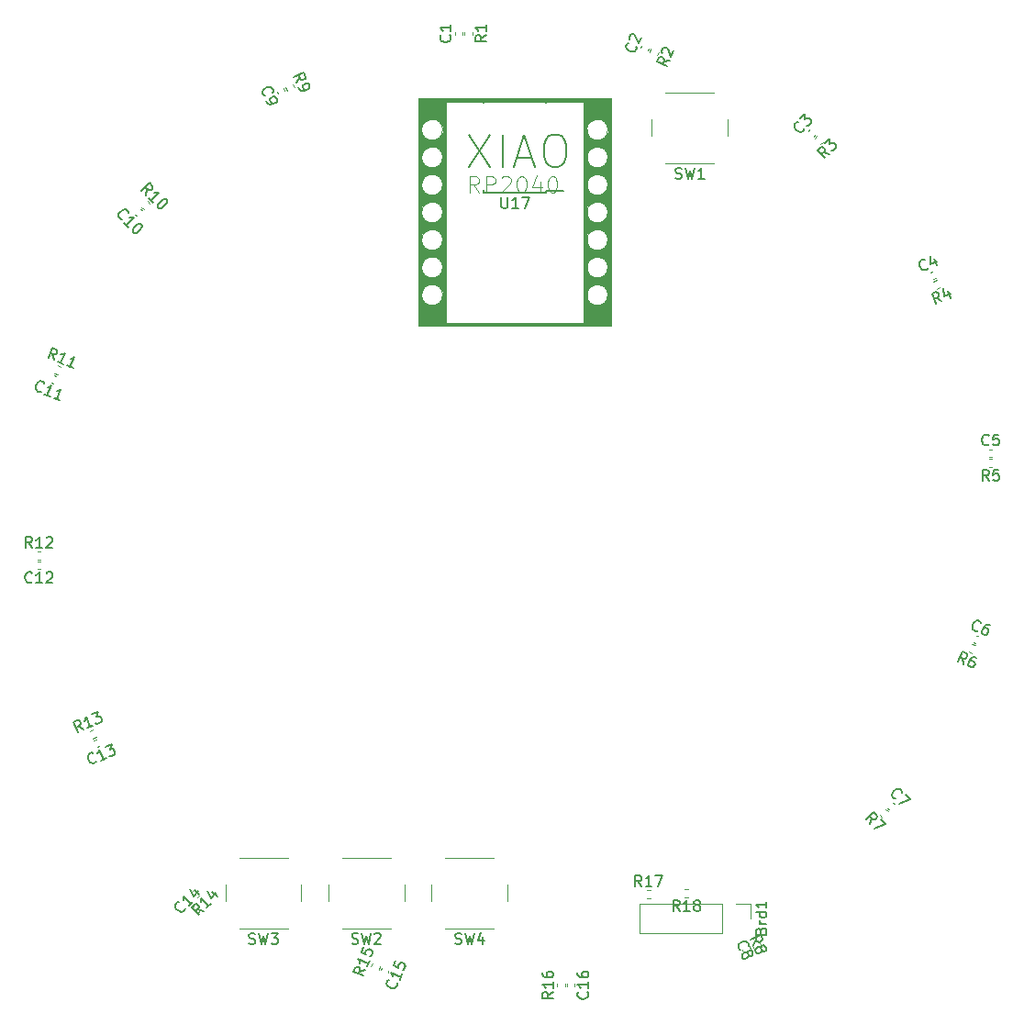
<source format=gbr>
%TF.GenerationSoftware,KiCad,Pcbnew,7.0.9*%
%TF.CreationDate,2024-06-22T15:13:25+09:00*%
%TF.ProjectId,Sensor,53656e73-6f72-42e6-9b69-6361645f7063,rev?*%
%TF.SameCoordinates,Original*%
%TF.FileFunction,Legend,Top*%
%TF.FilePolarity,Positive*%
%FSLAX46Y46*%
G04 Gerber Fmt 4.6, Leading zero omitted, Abs format (unit mm)*
G04 Created by KiCad (PCBNEW 7.0.9) date 2024-06-22 15:13:25*
%MOMM*%
%LPD*%
G01*
G04 APERTURE LIST*
%ADD10C,0.150000*%
%ADD11C,0.100000*%
%ADD12C,0.120000*%
G04 APERTURE END LIST*
D10*
X196142333Y-86224618D02*
X195809000Y-85748427D01*
X195570905Y-86224618D02*
X195570905Y-85224618D01*
X195570905Y-85224618D02*
X195951857Y-85224618D01*
X195951857Y-85224618D02*
X196047095Y-85272237D01*
X196047095Y-85272237D02*
X196094714Y-85319856D01*
X196094714Y-85319856D02*
X196142333Y-85415094D01*
X196142333Y-85415094D02*
X196142333Y-85557951D01*
X196142333Y-85557951D02*
X196094714Y-85653189D01*
X196094714Y-85653189D02*
X196047095Y-85700808D01*
X196047095Y-85700808D02*
X195951857Y-85748427D01*
X195951857Y-85748427D02*
X195570905Y-85748427D01*
X197047095Y-85224618D02*
X196570905Y-85224618D01*
X196570905Y-85224618D02*
X196523286Y-85700808D01*
X196523286Y-85700808D02*
X196570905Y-85653189D01*
X196570905Y-85653189D02*
X196666143Y-85605570D01*
X196666143Y-85605570D02*
X196904238Y-85605570D01*
X196904238Y-85605570D02*
X196999476Y-85653189D01*
X196999476Y-85653189D02*
X197047095Y-85700808D01*
X197047095Y-85700808D02*
X197094714Y-85796046D01*
X197094714Y-85796046D02*
X197094714Y-86034141D01*
X197094714Y-86034141D02*
X197047095Y-86129379D01*
X197047095Y-86129379D02*
X196999476Y-86176999D01*
X196999476Y-86176999D02*
X196904238Y-86224618D01*
X196904238Y-86224618D02*
X196666143Y-86224618D01*
X196666143Y-86224618D02*
X196570905Y-86176999D01*
X196570905Y-86176999D02*
X196523286Y-86129379D01*
X112598748Y-109197896D02*
X112108558Y-108885515D01*
X112070816Y-109416573D02*
X111688133Y-108492693D01*
X111688133Y-108492693D02*
X112040087Y-108346909D01*
X112040087Y-108346909D02*
X112146299Y-108354457D01*
X112146299Y-108354457D02*
X112208516Y-108380228D01*
X112208516Y-108380228D02*
X112288956Y-108449994D01*
X112288956Y-108449994D02*
X112343625Y-108581977D01*
X112343625Y-108581977D02*
X112336077Y-108688188D01*
X112336077Y-108688188D02*
X112310306Y-108750405D01*
X112310306Y-108750405D02*
X112240540Y-108830846D01*
X112240540Y-108830846D02*
X111888586Y-108976630D01*
X113478633Y-108833436D02*
X112950702Y-109052112D01*
X113214667Y-108942774D02*
X112831984Y-108018894D01*
X112831984Y-108018894D02*
X112798664Y-108187323D01*
X112798664Y-108187323D02*
X112747122Y-108311758D01*
X112747122Y-108311758D02*
X112677356Y-108392198D01*
X113403909Y-107781995D02*
X113975835Y-107545096D01*
X113975835Y-107545096D02*
X113813659Y-108024611D01*
X113813659Y-108024611D02*
X113945642Y-107969942D01*
X113945642Y-107969942D02*
X114051853Y-107977490D01*
X114051853Y-107977490D02*
X114114071Y-108003262D01*
X114114071Y-108003262D02*
X114194511Y-108073027D01*
X114194511Y-108073027D02*
X114285626Y-108292998D01*
X114285626Y-108292998D02*
X114278078Y-108399210D01*
X114278078Y-108399210D02*
X114252307Y-108461427D01*
X114252307Y-108461427D02*
X114182541Y-108541868D01*
X114182541Y-108541868D02*
X113918576Y-108651206D01*
X113918576Y-108651206D02*
X113812364Y-108643657D01*
X113812364Y-108643657D02*
X113750147Y-108617886D01*
X121966249Y-125669386D02*
X121966249Y-125736730D01*
X121966249Y-125736730D02*
X121898905Y-125871417D01*
X121898905Y-125871417D02*
X121831562Y-125938760D01*
X121831562Y-125938760D02*
X121696875Y-126006104D01*
X121696875Y-126006104D02*
X121562188Y-126006104D01*
X121562188Y-126006104D02*
X121461173Y-125972432D01*
X121461173Y-125972432D02*
X121292814Y-125871417D01*
X121292814Y-125871417D02*
X121191799Y-125770402D01*
X121191799Y-125770402D02*
X121090783Y-125602043D01*
X121090783Y-125602043D02*
X121057112Y-125501028D01*
X121057112Y-125501028D02*
X121057112Y-125366341D01*
X121057112Y-125366341D02*
X121124455Y-125231654D01*
X121124455Y-125231654D02*
X121191799Y-125164310D01*
X121191799Y-125164310D02*
X121326486Y-125096967D01*
X121326486Y-125096967D02*
X121393829Y-125096967D01*
X122707027Y-125063295D02*
X122302966Y-125467356D01*
X122504997Y-125265325D02*
X121797890Y-124558219D01*
X121797890Y-124558219D02*
X121831562Y-124726577D01*
X121831562Y-124726577D02*
X121831562Y-124861264D01*
X121831562Y-124861264D02*
X121797890Y-124962280D01*
X122841715Y-123985799D02*
X123313119Y-124457203D01*
X122403982Y-123884783D02*
X122740699Y-124558218D01*
X122740699Y-124558218D02*
X123178432Y-124120486D01*
X109880150Y-75099380D02*
X109754421Y-74531876D01*
X109352219Y-74880703D02*
X109734902Y-73956824D01*
X109734902Y-73956824D02*
X110086857Y-74102608D01*
X110086857Y-74102608D02*
X110156622Y-74183048D01*
X110156622Y-74183048D02*
X110182393Y-74245266D01*
X110182393Y-74245266D02*
X110189942Y-74351477D01*
X110189942Y-74351477D02*
X110135272Y-74483460D01*
X110135272Y-74483460D02*
X110054832Y-74553226D01*
X110054832Y-74553226D02*
X109992615Y-74578997D01*
X109992615Y-74578997D02*
X109886403Y-74586545D01*
X109886403Y-74586545D02*
X109534449Y-74440761D01*
X110760035Y-75463840D02*
X110232104Y-75245164D01*
X110496070Y-75354502D02*
X110878753Y-74430622D01*
X110878753Y-74430622D02*
X110736096Y-74526159D01*
X110736096Y-74526159D02*
X110611661Y-74577702D01*
X110611661Y-74577702D02*
X110505450Y-74585250D01*
X111639921Y-75828301D02*
X111111990Y-75609624D01*
X111375955Y-75718962D02*
X111758639Y-74795083D01*
X111758639Y-74795083D02*
X111615981Y-74890620D01*
X111615981Y-74890620D02*
X111491546Y-74942162D01*
X111491546Y-74942162D02*
X111385335Y-74949710D01*
X107848141Y-95568180D02*
X107800522Y-95615800D01*
X107800522Y-95615800D02*
X107657665Y-95663419D01*
X107657665Y-95663419D02*
X107562427Y-95663419D01*
X107562427Y-95663419D02*
X107419570Y-95615800D01*
X107419570Y-95615800D02*
X107324332Y-95520561D01*
X107324332Y-95520561D02*
X107276713Y-95425323D01*
X107276713Y-95425323D02*
X107229094Y-95234847D01*
X107229094Y-95234847D02*
X107229094Y-95091990D01*
X107229094Y-95091990D02*
X107276713Y-94901514D01*
X107276713Y-94901514D02*
X107324332Y-94806276D01*
X107324332Y-94806276D02*
X107419570Y-94711038D01*
X107419570Y-94711038D02*
X107562427Y-94663419D01*
X107562427Y-94663419D02*
X107657665Y-94663419D01*
X107657665Y-94663419D02*
X107800522Y-94711038D01*
X107800522Y-94711038D02*
X107848141Y-94758657D01*
X108800522Y-95663419D02*
X108229094Y-95663419D01*
X108514808Y-95663419D02*
X108514808Y-94663419D01*
X108514808Y-94663419D02*
X108419570Y-94806276D01*
X108419570Y-94806276D02*
X108324332Y-94901514D01*
X108324332Y-94901514D02*
X108229094Y-94949133D01*
X109181475Y-94758657D02*
X109229094Y-94711038D01*
X109229094Y-94711038D02*
X109324332Y-94663419D01*
X109324332Y-94663419D02*
X109562427Y-94663419D01*
X109562427Y-94663419D02*
X109657665Y-94711038D01*
X109657665Y-94711038D02*
X109705284Y-94758657D01*
X109705284Y-94758657D02*
X109752903Y-94853895D01*
X109752903Y-94853895D02*
X109752903Y-94949133D01*
X109752903Y-94949133D02*
X109705284Y-95091990D01*
X109705284Y-95091990D02*
X109133856Y-95663419D01*
X109133856Y-95663419D02*
X109752903Y-95663419D01*
X174383760Y-129061532D02*
X174696142Y-128571342D01*
X174165084Y-128533601D02*
X175088963Y-128150917D01*
X175088963Y-128150917D02*
X175234748Y-128502871D01*
X175234748Y-128502871D02*
X175227199Y-128609083D01*
X175227199Y-128609083D02*
X175201428Y-128671300D01*
X175201428Y-128671300D02*
X175131663Y-128751740D01*
X175131663Y-128751740D02*
X174999680Y-128806409D01*
X174999680Y-128806409D02*
X174893468Y-128798861D01*
X174893468Y-128798861D02*
X174831251Y-128773090D01*
X174831251Y-128773090D02*
X174750811Y-128703324D01*
X174750811Y-128703324D02*
X174605026Y-128351370D01*
X175130368Y-129370787D02*
X175137916Y-129264575D01*
X175137916Y-129264575D02*
X175163687Y-129202358D01*
X175163687Y-129202358D02*
X175233452Y-129121918D01*
X175233452Y-129121918D02*
X175277447Y-129103694D01*
X175277447Y-129103694D02*
X175383658Y-129111243D01*
X175383658Y-129111243D02*
X175445876Y-129137014D01*
X175445876Y-129137014D02*
X175526316Y-129206779D01*
X175526316Y-129206779D02*
X175599208Y-129382757D01*
X175599208Y-129382757D02*
X175591660Y-129488968D01*
X175591660Y-129488968D02*
X175565888Y-129551185D01*
X175565888Y-129551185D02*
X175496123Y-129631626D01*
X175496123Y-129631626D02*
X175452129Y-129649849D01*
X175452129Y-129649849D02*
X175345917Y-129642300D01*
X175345917Y-129642300D02*
X175283700Y-129616529D01*
X175283700Y-129616529D02*
X175203260Y-129546764D01*
X175203260Y-129546764D02*
X175130368Y-129370787D01*
X175130368Y-129370787D02*
X175049927Y-129301021D01*
X175049927Y-129301021D02*
X174987710Y-129275250D01*
X174987710Y-129275250D02*
X174881498Y-129267702D01*
X174881498Y-129267702D02*
X174705521Y-129340594D01*
X174705521Y-129340594D02*
X174635756Y-129421034D01*
X174635756Y-129421034D02*
X174609985Y-129483251D01*
X174609985Y-129483251D02*
X174602436Y-129589463D01*
X174602436Y-129589463D02*
X174675328Y-129765440D01*
X174675328Y-129765440D02*
X174755769Y-129835205D01*
X174755769Y-129835205D02*
X174817986Y-129860977D01*
X174817986Y-129860977D02*
X174924198Y-129868525D01*
X174924198Y-129868525D02*
X175100175Y-129795633D01*
X175100175Y-129795633D02*
X175169940Y-129715193D01*
X175169940Y-129715193D02*
X175195711Y-129652975D01*
X175195711Y-129652975D02*
X175203260Y-129546764D01*
X195101867Y-100079802D02*
X195039650Y-100105573D01*
X195039650Y-100105573D02*
X194889444Y-100094898D01*
X194889444Y-100094898D02*
X194801456Y-100058452D01*
X194801456Y-100058452D02*
X194687696Y-99959789D01*
X194687696Y-99959789D02*
X194636153Y-99835354D01*
X194636153Y-99835354D02*
X194628605Y-99729143D01*
X194628605Y-99729143D02*
X194657503Y-99534942D01*
X194657503Y-99534942D02*
X194712172Y-99402960D01*
X194712172Y-99402960D02*
X194829058Y-99245206D01*
X194829058Y-99245206D02*
X194909499Y-99175440D01*
X194909499Y-99175440D02*
X195033933Y-99123898D01*
X195033933Y-99123898D02*
X195184139Y-99134572D01*
X195184139Y-99134572D02*
X195272128Y-99171019D01*
X195272128Y-99171019D02*
X195385887Y-99269682D01*
X195385887Y-99269682D02*
X195411659Y-99331899D01*
X196240001Y-99571925D02*
X196064024Y-99499033D01*
X196064024Y-99499033D02*
X195957813Y-99506581D01*
X195957813Y-99506581D02*
X195895596Y-99532352D01*
X195895596Y-99532352D02*
X195752938Y-99627889D01*
X195752938Y-99627889D02*
X195636052Y-99785643D01*
X195636052Y-99785643D02*
X195490267Y-100137597D01*
X195490267Y-100137597D02*
X195497816Y-100243809D01*
X195497816Y-100243809D02*
X195523587Y-100306026D01*
X195523587Y-100306026D02*
X195593352Y-100386466D01*
X195593352Y-100386466D02*
X195769330Y-100459358D01*
X195769330Y-100459358D02*
X195875541Y-100451810D01*
X195875541Y-100451810D02*
X195937758Y-100426039D01*
X195937758Y-100426039D02*
X196018199Y-100356273D01*
X196018199Y-100356273D02*
X196109314Y-100136302D01*
X196109314Y-100136302D02*
X196101766Y-100030091D01*
X196101766Y-100030091D02*
X196075994Y-99967873D01*
X196075994Y-99967873D02*
X196006229Y-99887433D01*
X196006229Y-99887433D02*
X195830252Y-99814541D01*
X195830252Y-99814541D02*
X195724040Y-99822089D01*
X195724040Y-99822089D02*
X195661823Y-99847860D01*
X195661823Y-99847860D02*
X195581383Y-99917626D01*
X146901067Y-128939400D02*
X147043924Y-128987019D01*
X147043924Y-128987019D02*
X147282019Y-128987019D01*
X147282019Y-128987019D02*
X147377257Y-128939400D01*
X147377257Y-128939400D02*
X147424876Y-128891780D01*
X147424876Y-128891780D02*
X147472495Y-128796542D01*
X147472495Y-128796542D02*
X147472495Y-128701304D01*
X147472495Y-128701304D02*
X147424876Y-128606066D01*
X147424876Y-128606066D02*
X147377257Y-128558447D01*
X147377257Y-128558447D02*
X147282019Y-128510828D01*
X147282019Y-128510828D02*
X147091543Y-128463209D01*
X147091543Y-128463209D02*
X146996305Y-128415590D01*
X146996305Y-128415590D02*
X146948686Y-128367971D01*
X146948686Y-128367971D02*
X146901067Y-128272733D01*
X146901067Y-128272733D02*
X146901067Y-128177495D01*
X146901067Y-128177495D02*
X146948686Y-128082257D01*
X146948686Y-128082257D02*
X146996305Y-128034638D01*
X146996305Y-128034638D02*
X147091543Y-127987019D01*
X147091543Y-127987019D02*
X147329638Y-127987019D01*
X147329638Y-127987019D02*
X147472495Y-128034638D01*
X147805829Y-127987019D02*
X148043924Y-128987019D01*
X148043924Y-128987019D02*
X148234400Y-128272733D01*
X148234400Y-128272733D02*
X148424876Y-128987019D01*
X148424876Y-128987019D02*
X148662972Y-127987019D01*
X149472495Y-128320352D02*
X149472495Y-128987019D01*
X149234400Y-127939400D02*
X148996305Y-128653685D01*
X148996305Y-128653685D02*
X149615352Y-128653685D01*
X164101542Y-123643219D02*
X163768209Y-123167028D01*
X163530114Y-123643219D02*
X163530114Y-122643219D01*
X163530114Y-122643219D02*
X163911066Y-122643219D01*
X163911066Y-122643219D02*
X164006304Y-122690838D01*
X164006304Y-122690838D02*
X164053923Y-122738457D01*
X164053923Y-122738457D02*
X164101542Y-122833695D01*
X164101542Y-122833695D02*
X164101542Y-122976552D01*
X164101542Y-122976552D02*
X164053923Y-123071790D01*
X164053923Y-123071790D02*
X164006304Y-123119409D01*
X164006304Y-123119409D02*
X163911066Y-123167028D01*
X163911066Y-123167028D02*
X163530114Y-123167028D01*
X165053923Y-123643219D02*
X164482495Y-123643219D01*
X164768209Y-123643219D02*
X164768209Y-122643219D01*
X164768209Y-122643219D02*
X164672971Y-122786076D01*
X164672971Y-122786076D02*
X164577733Y-122881314D01*
X164577733Y-122881314D02*
X164482495Y-122928933D01*
X165387257Y-122643219D02*
X166053923Y-122643219D01*
X166053923Y-122643219D02*
X165625352Y-123643219D01*
X151161905Y-60076819D02*
X151161905Y-60886342D01*
X151161905Y-60886342D02*
X151209524Y-60981580D01*
X151209524Y-60981580D02*
X151257143Y-61029200D01*
X151257143Y-61029200D02*
X151352381Y-61076819D01*
X151352381Y-61076819D02*
X151542857Y-61076819D01*
X151542857Y-61076819D02*
X151638095Y-61029200D01*
X151638095Y-61029200D02*
X151685714Y-60981580D01*
X151685714Y-60981580D02*
X151733333Y-60886342D01*
X151733333Y-60886342D02*
X151733333Y-60076819D01*
X152733333Y-61076819D02*
X152161905Y-61076819D01*
X152447619Y-61076819D02*
X152447619Y-60076819D01*
X152447619Y-60076819D02*
X152352381Y-60219676D01*
X152352381Y-60219676D02*
X152257143Y-60314914D01*
X152257143Y-60314914D02*
X152161905Y-60362533D01*
X153066667Y-60076819D02*
X153733333Y-60076819D01*
X153733333Y-60076819D02*
X153304762Y-61076819D01*
X166698224Y-47443158D02*
X166130720Y-47568887D01*
X166479548Y-47971089D02*
X165555668Y-47588405D01*
X165555668Y-47588405D02*
X165701453Y-47236451D01*
X165701453Y-47236451D02*
X165781893Y-47166686D01*
X165781893Y-47166686D02*
X165844110Y-47140915D01*
X165844110Y-47140915D02*
X165950322Y-47133366D01*
X165950322Y-47133366D02*
X166082304Y-47188035D01*
X166082304Y-47188035D02*
X166152070Y-47268476D01*
X166152070Y-47268476D02*
X166177841Y-47330693D01*
X166177841Y-47330693D02*
X166185389Y-47436905D01*
X166185389Y-47436905D02*
X166039605Y-47788859D01*
X166008117Y-46744966D02*
X165982346Y-46682749D01*
X165982346Y-46682749D02*
X165974798Y-46576537D01*
X165974798Y-46576537D02*
X166065913Y-46356566D01*
X166065913Y-46356566D02*
X166146353Y-46286801D01*
X166146353Y-46286801D02*
X166208571Y-46261029D01*
X166208571Y-46261029D02*
X166314782Y-46253481D01*
X166314782Y-46253481D02*
X166402771Y-46289927D01*
X166402771Y-46289927D02*
X166516530Y-46388590D01*
X166516530Y-46388590D02*
X166825785Y-47135198D01*
X166825785Y-47135198D02*
X167062685Y-46563272D01*
X137374867Y-128928800D02*
X137517724Y-128976419D01*
X137517724Y-128976419D02*
X137755819Y-128976419D01*
X137755819Y-128976419D02*
X137851057Y-128928800D01*
X137851057Y-128928800D02*
X137898676Y-128881180D01*
X137898676Y-128881180D02*
X137946295Y-128785942D01*
X137946295Y-128785942D02*
X137946295Y-128690704D01*
X137946295Y-128690704D02*
X137898676Y-128595466D01*
X137898676Y-128595466D02*
X137851057Y-128547847D01*
X137851057Y-128547847D02*
X137755819Y-128500228D01*
X137755819Y-128500228D02*
X137565343Y-128452609D01*
X137565343Y-128452609D02*
X137470105Y-128404990D01*
X137470105Y-128404990D02*
X137422486Y-128357371D01*
X137422486Y-128357371D02*
X137374867Y-128262133D01*
X137374867Y-128262133D02*
X137374867Y-128166895D01*
X137374867Y-128166895D02*
X137422486Y-128071657D01*
X137422486Y-128071657D02*
X137470105Y-128024038D01*
X137470105Y-128024038D02*
X137565343Y-127976419D01*
X137565343Y-127976419D02*
X137803438Y-127976419D01*
X137803438Y-127976419D02*
X137946295Y-128024038D01*
X138279629Y-127976419D02*
X138517724Y-128976419D01*
X138517724Y-128976419D02*
X138708200Y-128262133D01*
X138708200Y-128262133D02*
X138898676Y-128976419D01*
X138898676Y-128976419D02*
X139136772Y-127976419D01*
X139470105Y-128071657D02*
X139517724Y-128024038D01*
X139517724Y-128024038D02*
X139612962Y-127976419D01*
X139612962Y-127976419D02*
X139851057Y-127976419D01*
X139851057Y-127976419D02*
X139946295Y-128024038D01*
X139946295Y-128024038D02*
X139993914Y-128071657D01*
X139993914Y-128071657D02*
X140041533Y-128166895D01*
X140041533Y-128166895D02*
X140041533Y-128262133D01*
X140041533Y-128262133D02*
X139993914Y-128404990D01*
X139993914Y-128404990D02*
X139422486Y-128976419D01*
X139422486Y-128976419D02*
X140041533Y-128976419D01*
X118385421Y-59875735D02*
X118486436Y-59303316D01*
X117981360Y-59471674D02*
X118688467Y-58764568D01*
X118688467Y-58764568D02*
X118957841Y-59033942D01*
X118957841Y-59033942D02*
X118991513Y-59134957D01*
X118991513Y-59134957D02*
X118991513Y-59202300D01*
X118991513Y-59202300D02*
X118957841Y-59303316D01*
X118957841Y-59303316D02*
X118856826Y-59404331D01*
X118856826Y-59404331D02*
X118755810Y-59438003D01*
X118755810Y-59438003D02*
X118688467Y-59438003D01*
X118688467Y-59438003D02*
X118587452Y-59404331D01*
X118587452Y-59404331D02*
X118318078Y-59134957D01*
X119058856Y-60549170D02*
X118654795Y-60145109D01*
X118856826Y-60347140D02*
X119563932Y-59640033D01*
X119563932Y-59640033D02*
X119395574Y-59673705D01*
X119395574Y-59673705D02*
X119260887Y-59673705D01*
X119260887Y-59673705D02*
X119159871Y-59640033D01*
X120203696Y-60279797D02*
X120271039Y-60347140D01*
X120271039Y-60347140D02*
X120304711Y-60448155D01*
X120304711Y-60448155D02*
X120304711Y-60515499D01*
X120304711Y-60515499D02*
X120271039Y-60616514D01*
X120271039Y-60616514D02*
X120170024Y-60784873D01*
X120170024Y-60784873D02*
X120001665Y-60953232D01*
X120001665Y-60953232D02*
X119833307Y-61054247D01*
X119833307Y-61054247D02*
X119732291Y-61087919D01*
X119732291Y-61087919D02*
X119664948Y-61087919D01*
X119664948Y-61087919D02*
X119563933Y-61054247D01*
X119563933Y-61054247D02*
X119496589Y-60986903D01*
X119496589Y-60986903D02*
X119462917Y-60885888D01*
X119462917Y-60885888D02*
X119462917Y-60818545D01*
X119462917Y-60818545D02*
X119496589Y-60717529D01*
X119496589Y-60717529D02*
X119597604Y-60549171D01*
X119597604Y-60549171D02*
X119765963Y-60380812D01*
X119765963Y-60380812D02*
X119934322Y-60279797D01*
X119934322Y-60279797D02*
X120035337Y-60246125D01*
X120035337Y-60246125D02*
X120102681Y-60246125D01*
X120102681Y-60246125D02*
X120203696Y-60279797D01*
X167221067Y-58327400D02*
X167363924Y-58375019D01*
X167363924Y-58375019D02*
X167602019Y-58375019D01*
X167602019Y-58375019D02*
X167697257Y-58327400D01*
X167697257Y-58327400D02*
X167744876Y-58279780D01*
X167744876Y-58279780D02*
X167792495Y-58184542D01*
X167792495Y-58184542D02*
X167792495Y-58089304D01*
X167792495Y-58089304D02*
X167744876Y-57994066D01*
X167744876Y-57994066D02*
X167697257Y-57946447D01*
X167697257Y-57946447D02*
X167602019Y-57898828D01*
X167602019Y-57898828D02*
X167411543Y-57851209D01*
X167411543Y-57851209D02*
X167316305Y-57803590D01*
X167316305Y-57803590D02*
X167268686Y-57755971D01*
X167268686Y-57755971D02*
X167221067Y-57660733D01*
X167221067Y-57660733D02*
X167221067Y-57565495D01*
X167221067Y-57565495D02*
X167268686Y-57470257D01*
X167268686Y-57470257D02*
X167316305Y-57422638D01*
X167316305Y-57422638D02*
X167411543Y-57375019D01*
X167411543Y-57375019D02*
X167649638Y-57375019D01*
X167649638Y-57375019D02*
X167792495Y-57422638D01*
X168125829Y-57375019D02*
X168363924Y-58375019D01*
X168363924Y-58375019D02*
X168554400Y-57660733D01*
X168554400Y-57660733D02*
X168744876Y-58375019D01*
X168744876Y-58375019D02*
X168982972Y-57375019D01*
X169887733Y-58375019D02*
X169316305Y-58375019D01*
X169602019Y-58375019D02*
X169602019Y-57375019D01*
X169602019Y-57375019D02*
X169506781Y-57517876D01*
X169506781Y-57517876D02*
X169411543Y-57613114D01*
X169411543Y-57613114D02*
X169316305Y-57660733D01*
X132251333Y-49505691D02*
X132563715Y-49015501D01*
X132032657Y-48977760D02*
X132956536Y-48595076D01*
X132956536Y-48595076D02*
X133102321Y-48947030D01*
X133102321Y-48947030D02*
X133094772Y-49053242D01*
X133094772Y-49053242D02*
X133069001Y-49115459D01*
X133069001Y-49115459D02*
X132999236Y-49195899D01*
X132999236Y-49195899D02*
X132867253Y-49250568D01*
X132867253Y-49250568D02*
X132761041Y-49243020D01*
X132761041Y-49243020D02*
X132698824Y-49217249D01*
X132698824Y-49217249D02*
X132618384Y-49147483D01*
X132618384Y-49147483D02*
X132472599Y-48795529D01*
X132433563Y-49945633D02*
X132506455Y-50121610D01*
X132506455Y-50121610D02*
X132586896Y-50191376D01*
X132586896Y-50191376D02*
X132649113Y-50217147D01*
X132649113Y-50217147D02*
X132817542Y-50250467D01*
X132817542Y-50250467D02*
X133011742Y-50221569D01*
X133011742Y-50221569D02*
X133363696Y-50075785D01*
X133363696Y-50075785D02*
X133433461Y-49995344D01*
X133433461Y-49995344D02*
X133459233Y-49933127D01*
X133459233Y-49933127D02*
X133466781Y-49826916D01*
X133466781Y-49826916D02*
X133393889Y-49650938D01*
X133393889Y-49650938D02*
X133313449Y-49581173D01*
X133313449Y-49581173D02*
X133251231Y-49555402D01*
X133251231Y-49555402D02*
X133145020Y-49547853D01*
X133145020Y-49547853D02*
X132925048Y-49638969D01*
X132925048Y-49638969D02*
X132855283Y-49719409D01*
X132855283Y-49719409D02*
X132829512Y-49781626D01*
X132829512Y-49781626D02*
X132821963Y-49887838D01*
X132821963Y-49887838D02*
X132894856Y-50063815D01*
X132894856Y-50063815D02*
X132975296Y-50133580D01*
X132975296Y-50133580D02*
X133037513Y-50159352D01*
X133037513Y-50159352D02*
X133143725Y-50166900D01*
X190523428Y-66600868D02*
X190497656Y-66663086D01*
X190497656Y-66663086D02*
X190383897Y-66761749D01*
X190383897Y-66761749D02*
X190295908Y-66798195D01*
X190295908Y-66798195D02*
X190145702Y-66808870D01*
X190145702Y-66808870D02*
X190021268Y-66757327D01*
X190021268Y-66757327D02*
X189940827Y-66687562D01*
X189940827Y-66687562D02*
X189823941Y-66529808D01*
X189823941Y-66529808D02*
X189769272Y-66397825D01*
X189769272Y-66397825D02*
X189740374Y-66203625D01*
X189740374Y-66203625D02*
X189747922Y-66097413D01*
X189747922Y-66097413D02*
X189799465Y-65972979D01*
X189799465Y-65972979D02*
X189913225Y-65874315D01*
X189913225Y-65874315D02*
X190001213Y-65837869D01*
X190001213Y-65837869D02*
X190151419Y-65827195D01*
X190151419Y-65827195D02*
X190213636Y-65852966D01*
X191096648Y-65744923D02*
X191351770Y-66360843D01*
X190730893Y-65484084D02*
X190784267Y-66235113D01*
X190784267Y-66235113D02*
X191356192Y-65998214D01*
X146417980Y-45124666D02*
X146465600Y-45172285D01*
X146465600Y-45172285D02*
X146513219Y-45315142D01*
X146513219Y-45315142D02*
X146513219Y-45410380D01*
X146513219Y-45410380D02*
X146465600Y-45553237D01*
X146465600Y-45553237D02*
X146370361Y-45648475D01*
X146370361Y-45648475D02*
X146275123Y-45696094D01*
X146275123Y-45696094D02*
X146084647Y-45743713D01*
X146084647Y-45743713D02*
X145941790Y-45743713D01*
X145941790Y-45743713D02*
X145751314Y-45696094D01*
X145751314Y-45696094D02*
X145656076Y-45648475D01*
X145656076Y-45648475D02*
X145560838Y-45553237D01*
X145560838Y-45553237D02*
X145513219Y-45410380D01*
X145513219Y-45410380D02*
X145513219Y-45315142D01*
X145513219Y-45315142D02*
X145560838Y-45172285D01*
X145560838Y-45172285D02*
X145608457Y-45124666D01*
X146513219Y-44172285D02*
X146513219Y-44743713D01*
X146513219Y-44457999D02*
X145513219Y-44457999D01*
X145513219Y-44457999D02*
X145656076Y-44553237D01*
X145656076Y-44553237D02*
X145751314Y-44648475D01*
X145751314Y-44648475D02*
X145798933Y-44743713D01*
X129341889Y-50710824D02*
X129279671Y-50685052D01*
X129279671Y-50685052D02*
X129181008Y-50571293D01*
X129181008Y-50571293D02*
X129144562Y-50483304D01*
X129144562Y-50483304D02*
X129133887Y-50333098D01*
X129133887Y-50333098D02*
X129185430Y-50208664D01*
X129185430Y-50208664D02*
X129255195Y-50128223D01*
X129255195Y-50128223D02*
X129412949Y-50011337D01*
X129412949Y-50011337D02*
X129544932Y-49956668D01*
X129544932Y-49956668D02*
X129739132Y-49927770D01*
X129739132Y-49927770D02*
X129845344Y-49935318D01*
X129845344Y-49935318D02*
X129969778Y-49986861D01*
X129969778Y-49986861D02*
X130068442Y-50100621D01*
X130068442Y-50100621D02*
X130104888Y-50188609D01*
X130104888Y-50188609D02*
X130115562Y-50338815D01*
X130115562Y-50338815D02*
X130089791Y-50401032D01*
X129436130Y-51187212D02*
X129509022Y-51363189D01*
X129509022Y-51363189D02*
X129589463Y-51432955D01*
X129589463Y-51432955D02*
X129651680Y-51458726D01*
X129651680Y-51458726D02*
X129820109Y-51492046D01*
X129820109Y-51492046D02*
X130014309Y-51463148D01*
X130014309Y-51463148D02*
X130366263Y-51317364D01*
X130366263Y-51317364D02*
X130436028Y-51236923D01*
X130436028Y-51236923D02*
X130461800Y-51174706D01*
X130461800Y-51174706D02*
X130469348Y-51068495D01*
X130469348Y-51068495D02*
X130396456Y-50892517D01*
X130396456Y-50892517D02*
X130316016Y-50822752D01*
X130316016Y-50822752D02*
X130253798Y-50796981D01*
X130253798Y-50796981D02*
X130147587Y-50789432D01*
X130147587Y-50789432D02*
X129927615Y-50880548D01*
X129927615Y-50880548D02*
X129857850Y-50960988D01*
X129857850Y-50960988D02*
X129832079Y-51023205D01*
X129832079Y-51023205D02*
X129824530Y-51129417D01*
X129824530Y-51129417D02*
X129897423Y-51305394D01*
X129897423Y-51305394D02*
X129977863Y-51375159D01*
X129977863Y-51375159D02*
X130040080Y-51400931D01*
X130040080Y-51400931D02*
X130146292Y-51408479D01*
X113803881Y-112107341D02*
X113778109Y-112169558D01*
X113778109Y-112169558D02*
X113664350Y-112268221D01*
X113664350Y-112268221D02*
X113576361Y-112304667D01*
X113576361Y-112304667D02*
X113426155Y-112315342D01*
X113426155Y-112315342D02*
X113301721Y-112263800D01*
X113301721Y-112263800D02*
X113221280Y-112194034D01*
X113221280Y-112194034D02*
X113104394Y-112036280D01*
X113104394Y-112036280D02*
X113049725Y-111904297D01*
X113049725Y-111904297D02*
X113020827Y-111710097D01*
X113020827Y-111710097D02*
X113028375Y-111603886D01*
X113028375Y-111603886D02*
X113079918Y-111479451D01*
X113079918Y-111479451D02*
X113193678Y-111380788D01*
X113193678Y-111380788D02*
X113281666Y-111344342D01*
X113281666Y-111344342D02*
X113431872Y-111333667D01*
X113431872Y-111333667D02*
X113494089Y-111359438D01*
X114720212Y-111830869D02*
X114192281Y-112049545D01*
X114456246Y-111940207D02*
X114073563Y-111016327D01*
X114073563Y-111016327D02*
X114040243Y-111184756D01*
X114040243Y-111184756D02*
X113988701Y-111309191D01*
X113988701Y-111309191D02*
X113918935Y-111389631D01*
X114645488Y-110779428D02*
X115217414Y-110542529D01*
X115217414Y-110542529D02*
X115055238Y-111022044D01*
X115055238Y-111022044D02*
X115187221Y-110967375D01*
X115187221Y-110967375D02*
X115293432Y-110974923D01*
X115293432Y-110974923D02*
X115355650Y-111000695D01*
X115355650Y-111000695D02*
X115436090Y-111070460D01*
X115436090Y-111070460D02*
X115527205Y-111290431D01*
X115527205Y-111290431D02*
X115519657Y-111396643D01*
X115519657Y-111396643D02*
X115493886Y-111458860D01*
X115493886Y-111458860D02*
X115424120Y-111539301D01*
X115424120Y-111539301D02*
X115160155Y-111648639D01*
X115160155Y-111648639D02*
X115053943Y-111641090D01*
X115053943Y-111641090D02*
X114991726Y-111615319D01*
X138632379Y-131386849D02*
X138064875Y-131512578D01*
X138413702Y-131914780D02*
X137489823Y-131532097D01*
X137489823Y-131532097D02*
X137635607Y-131180142D01*
X137635607Y-131180142D02*
X137716047Y-131110377D01*
X137716047Y-131110377D02*
X137778265Y-131084606D01*
X137778265Y-131084606D02*
X137884476Y-131077057D01*
X137884476Y-131077057D02*
X138016459Y-131131727D01*
X138016459Y-131131727D02*
X138086225Y-131212167D01*
X138086225Y-131212167D02*
X138111996Y-131274384D01*
X138111996Y-131274384D02*
X138119544Y-131380596D01*
X138119544Y-131380596D02*
X137973760Y-131732550D01*
X138996839Y-130506964D02*
X138778163Y-131034895D01*
X138887501Y-130770929D02*
X137963621Y-130388246D01*
X137963621Y-130388246D02*
X138059158Y-130530903D01*
X138059158Y-130530903D02*
X138110701Y-130655338D01*
X138110701Y-130655338D02*
X138118249Y-130761549D01*
X138419197Y-129288389D02*
X138236967Y-129728332D01*
X138236967Y-129728332D02*
X138658686Y-129954556D01*
X138658686Y-129954556D02*
X138632915Y-129892339D01*
X138632915Y-129892339D02*
X138625367Y-129786127D01*
X138625367Y-129786127D02*
X138716482Y-129566156D01*
X138716482Y-129566156D02*
X138796922Y-129496391D01*
X138796922Y-129496391D02*
X138859140Y-129470619D01*
X138859140Y-129470619D02*
X138965351Y-129463071D01*
X138965351Y-129463071D02*
X139185323Y-129554186D01*
X139185323Y-129554186D02*
X139255088Y-129634626D01*
X139255088Y-129634626D02*
X139280859Y-129696844D01*
X139280859Y-129696844D02*
X139288407Y-129803055D01*
X139288407Y-129803055D02*
X139197292Y-130023027D01*
X139197292Y-130023027D02*
X139116852Y-130092792D01*
X139116852Y-130092792D02*
X139054635Y-130118563D01*
X179100575Y-53706572D02*
X179100575Y-53773916D01*
X179100575Y-53773916D02*
X179033231Y-53908603D01*
X179033231Y-53908603D02*
X178965888Y-53975946D01*
X178965888Y-53975946D02*
X178831201Y-54043290D01*
X178831201Y-54043290D02*
X178696514Y-54043290D01*
X178696514Y-54043290D02*
X178595499Y-54009618D01*
X178595499Y-54009618D02*
X178427140Y-53908603D01*
X178427140Y-53908603D02*
X178326125Y-53807588D01*
X178326125Y-53807588D02*
X178225109Y-53639229D01*
X178225109Y-53639229D02*
X178191438Y-53538214D01*
X178191438Y-53538214D02*
X178191438Y-53403527D01*
X178191438Y-53403527D02*
X178258781Y-53268840D01*
X178258781Y-53268840D02*
X178326125Y-53201496D01*
X178326125Y-53201496D02*
X178460812Y-53134153D01*
X178460812Y-53134153D02*
X178528155Y-53134153D01*
X178696514Y-52831107D02*
X179134247Y-52393374D01*
X179134247Y-52393374D02*
X179167918Y-52898450D01*
X179167918Y-52898450D02*
X179268934Y-52797435D01*
X179268934Y-52797435D02*
X179369949Y-52763763D01*
X179369949Y-52763763D02*
X179437292Y-52763763D01*
X179437292Y-52763763D02*
X179538308Y-52797435D01*
X179538308Y-52797435D02*
X179706666Y-52965794D01*
X179706666Y-52965794D02*
X179740338Y-53066809D01*
X179740338Y-53066809D02*
X179740338Y-53134153D01*
X179740338Y-53134153D02*
X179706666Y-53235168D01*
X179706666Y-53235168D02*
X179504636Y-53437198D01*
X179504636Y-53437198D02*
X179403621Y-53470870D01*
X179403621Y-53470870D02*
X179336277Y-53470870D01*
X175108009Y-127785666D02*
X175155628Y-127642809D01*
X175155628Y-127642809D02*
X175203247Y-127595190D01*
X175203247Y-127595190D02*
X175298485Y-127547571D01*
X175298485Y-127547571D02*
X175441342Y-127547571D01*
X175441342Y-127547571D02*
X175536580Y-127595190D01*
X175536580Y-127595190D02*
X175584200Y-127642809D01*
X175584200Y-127642809D02*
X175631819Y-127738047D01*
X175631819Y-127738047D02*
X175631819Y-128118999D01*
X175631819Y-128118999D02*
X174631819Y-128118999D01*
X174631819Y-128118999D02*
X174631819Y-127785666D01*
X174631819Y-127785666D02*
X174679438Y-127690428D01*
X174679438Y-127690428D02*
X174727057Y-127642809D01*
X174727057Y-127642809D02*
X174822295Y-127595190D01*
X174822295Y-127595190D02*
X174917533Y-127595190D01*
X174917533Y-127595190D02*
X175012771Y-127642809D01*
X175012771Y-127642809D02*
X175060390Y-127690428D01*
X175060390Y-127690428D02*
X175108009Y-127785666D01*
X175108009Y-127785666D02*
X175108009Y-128118999D01*
X175631819Y-127118999D02*
X174965152Y-127118999D01*
X175155628Y-127118999D02*
X175060390Y-127071380D01*
X175060390Y-127071380D02*
X175012771Y-127023761D01*
X175012771Y-127023761D02*
X174965152Y-126928523D01*
X174965152Y-126928523D02*
X174965152Y-126833285D01*
X175631819Y-126071380D02*
X174631819Y-126071380D01*
X175584200Y-126071380D02*
X175631819Y-126166618D01*
X175631819Y-126166618D02*
X175631819Y-126357094D01*
X175631819Y-126357094D02*
X175584200Y-126452332D01*
X175584200Y-126452332D02*
X175536580Y-126499951D01*
X175536580Y-126499951D02*
X175441342Y-126547570D01*
X175441342Y-126547570D02*
X175155628Y-126547570D01*
X175155628Y-126547570D02*
X175060390Y-126499951D01*
X175060390Y-126499951D02*
X175012771Y-126452332D01*
X175012771Y-126452332D02*
X174965152Y-126357094D01*
X174965152Y-126357094D02*
X174965152Y-126166618D01*
X174965152Y-126166618D02*
X175012771Y-126071380D01*
X175631819Y-125071380D02*
X175631819Y-125642808D01*
X175631819Y-125357094D02*
X174631819Y-125357094D01*
X174631819Y-125357094D02*
X174774676Y-125452332D01*
X174774676Y-125452332D02*
X174869914Y-125547570D01*
X174869914Y-125547570D02*
X174917533Y-125642808D01*
X193823842Y-103165223D02*
X193698113Y-102597719D01*
X193295911Y-102946547D02*
X193678595Y-102022667D01*
X193678595Y-102022667D02*
X194030549Y-102168452D01*
X194030549Y-102168452D02*
X194100314Y-102248892D01*
X194100314Y-102248892D02*
X194126085Y-102311109D01*
X194126085Y-102311109D02*
X194133634Y-102417321D01*
X194133634Y-102417321D02*
X194078965Y-102549303D01*
X194078965Y-102549303D02*
X193998524Y-102619069D01*
X193998524Y-102619069D02*
X193936307Y-102644840D01*
X193936307Y-102644840D02*
X193830095Y-102652388D01*
X193830095Y-102652388D02*
X193478141Y-102506604D01*
X194998422Y-102569358D02*
X194822445Y-102496466D01*
X194822445Y-102496466D02*
X194716234Y-102504014D01*
X194716234Y-102504014D02*
X194654017Y-102529785D01*
X194654017Y-102529785D02*
X194511359Y-102625322D01*
X194511359Y-102625322D02*
X194394473Y-102783076D01*
X194394473Y-102783076D02*
X194248688Y-103135030D01*
X194248688Y-103135030D02*
X194256237Y-103241242D01*
X194256237Y-103241242D02*
X194282008Y-103303459D01*
X194282008Y-103303459D02*
X194351773Y-103383899D01*
X194351773Y-103383899D02*
X194527751Y-103456791D01*
X194527751Y-103456791D02*
X194633962Y-103449243D01*
X194633962Y-103449243D02*
X194696179Y-103423472D01*
X194696179Y-103423472D02*
X194776620Y-103353706D01*
X194776620Y-103353706D02*
X194867735Y-103133735D01*
X194867735Y-103133735D02*
X194860187Y-103027524D01*
X194860187Y-103027524D02*
X194834415Y-102965306D01*
X194834415Y-102965306D02*
X194764650Y-102884866D01*
X194764650Y-102884866D02*
X194588673Y-102811974D01*
X194588673Y-102811974D02*
X194482461Y-102819522D01*
X194482461Y-102819522D02*
X194420244Y-102845293D01*
X194420244Y-102845293D02*
X194339804Y-102915059D01*
X116158628Y-62102529D02*
X116091284Y-62102529D01*
X116091284Y-62102529D02*
X115956597Y-62035185D01*
X115956597Y-62035185D02*
X115889254Y-61967842D01*
X115889254Y-61967842D02*
X115821910Y-61833155D01*
X115821910Y-61833155D02*
X115821910Y-61698468D01*
X115821910Y-61698468D02*
X115855582Y-61597453D01*
X115855582Y-61597453D02*
X115956597Y-61429094D01*
X115956597Y-61429094D02*
X116057612Y-61328079D01*
X116057612Y-61328079D02*
X116225971Y-61227063D01*
X116225971Y-61227063D02*
X116326986Y-61193392D01*
X116326986Y-61193392D02*
X116461673Y-61193392D01*
X116461673Y-61193392D02*
X116596360Y-61260735D01*
X116596360Y-61260735D02*
X116663704Y-61328079D01*
X116663704Y-61328079D02*
X116731047Y-61462766D01*
X116731047Y-61462766D02*
X116731047Y-61530109D01*
X116764719Y-62843307D02*
X116360658Y-62439246D01*
X116562689Y-62641277D02*
X117269795Y-61934170D01*
X117269795Y-61934170D02*
X117101437Y-61967842D01*
X117101437Y-61967842D02*
X116966750Y-61967842D01*
X116966750Y-61967842D02*
X116865734Y-61934170D01*
X117909559Y-62573934D02*
X117976902Y-62641277D01*
X117976902Y-62641277D02*
X118010574Y-62742292D01*
X118010574Y-62742292D02*
X118010574Y-62809636D01*
X118010574Y-62809636D02*
X117976902Y-62910651D01*
X117976902Y-62910651D02*
X117875887Y-63079010D01*
X117875887Y-63079010D02*
X117707528Y-63247369D01*
X117707528Y-63247369D02*
X117539170Y-63348384D01*
X117539170Y-63348384D02*
X117438154Y-63382056D01*
X117438154Y-63382056D02*
X117370811Y-63382056D01*
X117370811Y-63382056D02*
X117269796Y-63348384D01*
X117269796Y-63348384D02*
X117202452Y-63281040D01*
X117202452Y-63281040D02*
X117168780Y-63180025D01*
X117168780Y-63180025D02*
X117168780Y-63112682D01*
X117168780Y-63112682D02*
X117202452Y-63011666D01*
X117202452Y-63011666D02*
X117303467Y-62843308D01*
X117303467Y-62843308D02*
X117471826Y-62674949D01*
X117471826Y-62674949D02*
X117640185Y-62573934D01*
X117640185Y-62573934D02*
X117741200Y-62540262D01*
X117741200Y-62540262D02*
X117808544Y-62540262D01*
X117808544Y-62540262D02*
X117909559Y-62573934D01*
X185198947Y-117929054D02*
X185299962Y-117356635D01*
X184794886Y-117524993D02*
X185501993Y-116817887D01*
X185501993Y-116817887D02*
X185771367Y-117087261D01*
X185771367Y-117087261D02*
X185805039Y-117188276D01*
X185805039Y-117188276D02*
X185805039Y-117255619D01*
X185805039Y-117255619D02*
X185771367Y-117356635D01*
X185771367Y-117356635D02*
X185670352Y-117457650D01*
X185670352Y-117457650D02*
X185569336Y-117491322D01*
X185569336Y-117491322D02*
X185501993Y-117491322D01*
X185501993Y-117491322D02*
X185400978Y-117457650D01*
X185400978Y-117457650D02*
X185131604Y-117188276D01*
X186141756Y-117457650D02*
X186613161Y-117929054D01*
X186613161Y-117929054D02*
X185603008Y-118333115D01*
X108675018Y-78008825D02*
X108612801Y-78034596D01*
X108612801Y-78034596D02*
X108462595Y-78023922D01*
X108462595Y-78023922D02*
X108374607Y-77987476D01*
X108374607Y-77987476D02*
X108260847Y-77888812D01*
X108260847Y-77888812D02*
X108209304Y-77764378D01*
X108209304Y-77764378D02*
X108201756Y-77658166D01*
X108201756Y-77658166D02*
X108230654Y-77463966D01*
X108230654Y-77463966D02*
X108285323Y-77331983D01*
X108285323Y-77331983D02*
X108402209Y-77174229D01*
X108402209Y-77174229D02*
X108482650Y-77104464D01*
X108482650Y-77104464D02*
X108607084Y-77052921D01*
X108607084Y-77052921D02*
X108757290Y-77063596D01*
X108757290Y-77063596D02*
X108845279Y-77100042D01*
X108845279Y-77100042D02*
X108959038Y-77198705D01*
X108959038Y-77198705D02*
X108984810Y-77260923D01*
X109518457Y-78461274D02*
X108990526Y-78242598D01*
X109254492Y-78351936D02*
X109637175Y-77428056D01*
X109637175Y-77428056D02*
X109494518Y-77523593D01*
X109494518Y-77523593D02*
X109370083Y-77575136D01*
X109370083Y-77575136D02*
X109263872Y-77582684D01*
X110398343Y-78825735D02*
X109870412Y-78607058D01*
X110134377Y-78716396D02*
X110517061Y-77792517D01*
X110517061Y-77792517D02*
X110374403Y-77888054D01*
X110374403Y-77888054D02*
X110249968Y-77939596D01*
X110249968Y-77939596D02*
X110143757Y-77947144D01*
X123681151Y-125911089D02*
X123108732Y-125810074D01*
X123277090Y-126315150D02*
X122569984Y-125608043D01*
X122569984Y-125608043D02*
X122839358Y-125338669D01*
X122839358Y-125338669D02*
X122940373Y-125304997D01*
X122940373Y-125304997D02*
X123007716Y-125304997D01*
X123007716Y-125304997D02*
X123108732Y-125338669D01*
X123108732Y-125338669D02*
X123209747Y-125439684D01*
X123209747Y-125439684D02*
X123243419Y-125540700D01*
X123243419Y-125540700D02*
X123243419Y-125608043D01*
X123243419Y-125608043D02*
X123209747Y-125709058D01*
X123209747Y-125709058D02*
X122940373Y-125978432D01*
X124354586Y-125237654D02*
X123950525Y-125641715D01*
X124152556Y-125439684D02*
X123445449Y-124732578D01*
X123445449Y-124732578D02*
X123479121Y-124900936D01*
X123479121Y-124900936D02*
X123479121Y-125035623D01*
X123479121Y-125035623D02*
X123445449Y-125136639D01*
X124489274Y-124160158D02*
X124960678Y-124631562D01*
X124051541Y-124059142D02*
X124388258Y-124732577D01*
X124388258Y-124732577D02*
X124825991Y-124294845D01*
X159101180Y-133418858D02*
X159148800Y-133466477D01*
X159148800Y-133466477D02*
X159196419Y-133609334D01*
X159196419Y-133609334D02*
X159196419Y-133704572D01*
X159196419Y-133704572D02*
X159148800Y-133847429D01*
X159148800Y-133847429D02*
X159053561Y-133942667D01*
X159053561Y-133942667D02*
X158958323Y-133990286D01*
X158958323Y-133990286D02*
X158767847Y-134037905D01*
X158767847Y-134037905D02*
X158624990Y-134037905D01*
X158624990Y-134037905D02*
X158434514Y-133990286D01*
X158434514Y-133990286D02*
X158339276Y-133942667D01*
X158339276Y-133942667D02*
X158244038Y-133847429D01*
X158244038Y-133847429D02*
X158196419Y-133704572D01*
X158196419Y-133704572D02*
X158196419Y-133609334D01*
X158196419Y-133609334D02*
X158244038Y-133466477D01*
X158244038Y-133466477D02*
X158291657Y-133418858D01*
X159196419Y-132466477D02*
X159196419Y-133037905D01*
X159196419Y-132752191D02*
X158196419Y-132752191D01*
X158196419Y-132752191D02*
X158339276Y-132847429D01*
X158339276Y-132847429D02*
X158434514Y-132942667D01*
X158434514Y-132942667D02*
X158482133Y-133037905D01*
X158196419Y-131609334D02*
X158196419Y-131799810D01*
X158196419Y-131799810D02*
X158244038Y-131895048D01*
X158244038Y-131895048D02*
X158291657Y-131942667D01*
X158291657Y-131942667D02*
X158434514Y-132037905D01*
X158434514Y-132037905D02*
X158624990Y-132085524D01*
X158624990Y-132085524D02*
X159005942Y-132085524D01*
X159005942Y-132085524D02*
X159101180Y-132037905D01*
X159101180Y-132037905D02*
X159148800Y-131990286D01*
X159148800Y-131990286D02*
X159196419Y-131895048D01*
X159196419Y-131895048D02*
X159196419Y-131704572D01*
X159196419Y-131704572D02*
X159148800Y-131609334D01*
X159148800Y-131609334D02*
X159101180Y-131561715D01*
X159101180Y-131561715D02*
X159005942Y-131514096D01*
X159005942Y-131514096D02*
X158767847Y-131514096D01*
X158767847Y-131514096D02*
X158672609Y-131561715D01*
X158672609Y-131561715D02*
X158624990Y-131609334D01*
X158624990Y-131609334D02*
X158577371Y-131704572D01*
X158577371Y-131704572D02*
X158577371Y-131895048D01*
X158577371Y-131895048D02*
X158624990Y-131990286D01*
X158624990Y-131990286D02*
X158672609Y-132037905D01*
X158672609Y-132037905D02*
X158767847Y-132085524D01*
X163612802Y-46165133D02*
X163638573Y-46227350D01*
X163638573Y-46227350D02*
X163627898Y-46377556D01*
X163627898Y-46377556D02*
X163591452Y-46465544D01*
X163591452Y-46465544D02*
X163492789Y-46579304D01*
X163492789Y-46579304D02*
X163368354Y-46630847D01*
X163368354Y-46630847D02*
X163262143Y-46638395D01*
X163262143Y-46638395D02*
X163067942Y-46609497D01*
X163067942Y-46609497D02*
X162935960Y-46554828D01*
X162935960Y-46554828D02*
X162778206Y-46437942D01*
X162778206Y-46437942D02*
X162708440Y-46357501D01*
X162708440Y-46357501D02*
X162656898Y-46233067D01*
X162656898Y-46233067D02*
X162667572Y-46082861D01*
X162667572Y-46082861D02*
X162704019Y-45994872D01*
X162704019Y-45994872D02*
X162802682Y-45881113D01*
X162802682Y-45881113D02*
X162864899Y-45855341D01*
X163010683Y-45503387D02*
X162984912Y-45441170D01*
X162984912Y-45441170D02*
X162977364Y-45334958D01*
X162977364Y-45334958D02*
X163068479Y-45114987D01*
X163068479Y-45114987D02*
X163148919Y-45045222D01*
X163148919Y-45045222D02*
X163211137Y-45019450D01*
X163211137Y-45019450D02*
X163317348Y-45011902D01*
X163317348Y-45011902D02*
X163405337Y-45048348D01*
X163405337Y-45048348D02*
X163519096Y-45147011D01*
X163519096Y-45147011D02*
X163828351Y-45893619D01*
X163828351Y-45893619D02*
X164065251Y-45321693D01*
X141541825Y-132591981D02*
X141567596Y-132654198D01*
X141567596Y-132654198D02*
X141556922Y-132804404D01*
X141556922Y-132804404D02*
X141520476Y-132892392D01*
X141520476Y-132892392D02*
X141421812Y-133006152D01*
X141421812Y-133006152D02*
X141297378Y-133057695D01*
X141297378Y-133057695D02*
X141191166Y-133065243D01*
X141191166Y-133065243D02*
X140996966Y-133036345D01*
X140996966Y-133036345D02*
X140864983Y-132981676D01*
X140864983Y-132981676D02*
X140707229Y-132864790D01*
X140707229Y-132864790D02*
X140637464Y-132784349D01*
X140637464Y-132784349D02*
X140585921Y-132659915D01*
X140585921Y-132659915D02*
X140596596Y-132509709D01*
X140596596Y-132509709D02*
X140633042Y-132421720D01*
X140633042Y-132421720D02*
X140731705Y-132307961D01*
X140731705Y-132307961D02*
X140793923Y-132282189D01*
X141994274Y-131748542D02*
X141775598Y-132276473D01*
X141884936Y-132012507D02*
X140961056Y-131629824D01*
X140961056Y-131629824D02*
X141056593Y-131772481D01*
X141056593Y-131772481D02*
X141108136Y-131896916D01*
X141108136Y-131896916D02*
X141115684Y-132003127D01*
X141416632Y-130529967D02*
X141234402Y-130969910D01*
X141234402Y-130969910D02*
X141656121Y-131196134D01*
X141656121Y-131196134D02*
X141630350Y-131133917D01*
X141630350Y-131133917D02*
X141622802Y-131027705D01*
X141622802Y-131027705D02*
X141713917Y-130807734D01*
X141713917Y-130807734D02*
X141794357Y-130737969D01*
X141794357Y-130737969D02*
X141856575Y-130712197D01*
X141856575Y-130712197D02*
X141962786Y-130704649D01*
X141962786Y-130704649D02*
X142182758Y-130795764D01*
X142182758Y-130795764D02*
X142252523Y-130876204D01*
X142252523Y-130876204D02*
X142278294Y-130938422D01*
X142278294Y-130938422D02*
X142285842Y-131044633D01*
X142285842Y-131044633D02*
X142194727Y-131264605D01*
X142194727Y-131264605D02*
X142114287Y-131334370D01*
X142114287Y-131334370D02*
X142052070Y-131360141D01*
X187560428Y-115567575D02*
X187493084Y-115567575D01*
X187493084Y-115567575D02*
X187358397Y-115500231D01*
X187358397Y-115500231D02*
X187291054Y-115432888D01*
X187291054Y-115432888D02*
X187223710Y-115298201D01*
X187223710Y-115298201D02*
X187223710Y-115163514D01*
X187223710Y-115163514D02*
X187257382Y-115062499D01*
X187257382Y-115062499D02*
X187358397Y-114894140D01*
X187358397Y-114894140D02*
X187459412Y-114793125D01*
X187459412Y-114793125D02*
X187627771Y-114692109D01*
X187627771Y-114692109D02*
X187728786Y-114658438D01*
X187728786Y-114658438D02*
X187863473Y-114658438D01*
X187863473Y-114658438D02*
X187998160Y-114725781D01*
X187998160Y-114725781D02*
X188065504Y-114793125D01*
X188065504Y-114793125D02*
X188132847Y-114927812D01*
X188132847Y-114927812D02*
X188132847Y-114995155D01*
X188435893Y-115163514D02*
X188907298Y-115634918D01*
X188907298Y-115634918D02*
X187897145Y-116038979D01*
X149757619Y-45124666D02*
X149281428Y-45457999D01*
X149757619Y-45696094D02*
X148757619Y-45696094D01*
X148757619Y-45696094D02*
X148757619Y-45315142D01*
X148757619Y-45315142D02*
X148805238Y-45219904D01*
X148805238Y-45219904D02*
X148852857Y-45172285D01*
X148852857Y-45172285D02*
X148948095Y-45124666D01*
X148948095Y-45124666D02*
X149090952Y-45124666D01*
X149090952Y-45124666D02*
X149186190Y-45172285D01*
X149186190Y-45172285D02*
X149233809Y-45219904D01*
X149233809Y-45219904D02*
X149281428Y-45315142D01*
X149281428Y-45315142D02*
X149281428Y-45696094D01*
X149757619Y-44172285D02*
X149757619Y-44743713D01*
X149757619Y-44457999D02*
X148757619Y-44457999D01*
X148757619Y-44457999D02*
X148900476Y-44553237D01*
X148900476Y-44553237D02*
X148995714Y-44648475D01*
X148995714Y-44648475D02*
X149043333Y-44743713D01*
X173233510Y-129510339D02*
X173171292Y-129484567D01*
X173171292Y-129484567D02*
X173072629Y-129370808D01*
X173072629Y-129370808D02*
X173036183Y-129282819D01*
X173036183Y-129282819D02*
X173025508Y-129132613D01*
X173025508Y-129132613D02*
X173077051Y-129008179D01*
X173077051Y-129008179D02*
X173146816Y-128927738D01*
X173146816Y-128927738D02*
X173304570Y-128810852D01*
X173304570Y-128810852D02*
X173436553Y-128756183D01*
X173436553Y-128756183D02*
X173630753Y-128727285D01*
X173630753Y-128727285D02*
X173736965Y-128734833D01*
X173736965Y-128734833D02*
X173861399Y-128786376D01*
X173861399Y-128786376D02*
X173960063Y-128900136D01*
X173960063Y-128900136D02*
X173996509Y-128988124D01*
X173996509Y-128988124D02*
X174007183Y-129138330D01*
X174007183Y-129138330D02*
X173981412Y-129200547D01*
X173892129Y-129856040D02*
X173899677Y-129749828D01*
X173899677Y-129749828D02*
X173925448Y-129687611D01*
X173925448Y-129687611D02*
X173995213Y-129607171D01*
X173995213Y-129607171D02*
X174039208Y-129588947D01*
X174039208Y-129588947D02*
X174145419Y-129596496D01*
X174145419Y-129596496D02*
X174207637Y-129622267D01*
X174207637Y-129622267D02*
X174288077Y-129692032D01*
X174288077Y-129692032D02*
X174360969Y-129868010D01*
X174360969Y-129868010D02*
X174353421Y-129974221D01*
X174353421Y-129974221D02*
X174327649Y-130036438D01*
X174327649Y-130036438D02*
X174257884Y-130116879D01*
X174257884Y-130116879D02*
X174213890Y-130135102D01*
X174213890Y-130135102D02*
X174107678Y-130127553D01*
X174107678Y-130127553D02*
X174045461Y-130101782D01*
X174045461Y-130101782D02*
X173965021Y-130032017D01*
X173965021Y-130032017D02*
X173892129Y-129856040D01*
X173892129Y-129856040D02*
X173811688Y-129786274D01*
X173811688Y-129786274D02*
X173749471Y-129760503D01*
X173749471Y-129760503D02*
X173643259Y-129752955D01*
X173643259Y-129752955D02*
X173467282Y-129825847D01*
X173467282Y-129825847D02*
X173397517Y-129906287D01*
X173397517Y-129906287D02*
X173371746Y-129968504D01*
X173371746Y-129968504D02*
X173364197Y-130074716D01*
X173364197Y-130074716D02*
X173437089Y-130250693D01*
X173437089Y-130250693D02*
X173517530Y-130320458D01*
X173517530Y-130320458D02*
X173579747Y-130346230D01*
X173579747Y-130346230D02*
X173685959Y-130353778D01*
X173685959Y-130353778D02*
X173861936Y-130280886D01*
X173861936Y-130280886D02*
X173931701Y-130200446D01*
X173931701Y-130200446D02*
X173957472Y-130138228D01*
X173957472Y-130138228D02*
X173965021Y-130032017D01*
X167608742Y-125932419D02*
X167275409Y-125456228D01*
X167037314Y-125932419D02*
X167037314Y-124932419D01*
X167037314Y-124932419D02*
X167418266Y-124932419D01*
X167418266Y-124932419D02*
X167513504Y-124980038D01*
X167513504Y-124980038D02*
X167561123Y-125027657D01*
X167561123Y-125027657D02*
X167608742Y-125122895D01*
X167608742Y-125122895D02*
X167608742Y-125265752D01*
X167608742Y-125265752D02*
X167561123Y-125360990D01*
X167561123Y-125360990D02*
X167513504Y-125408609D01*
X167513504Y-125408609D02*
X167418266Y-125456228D01*
X167418266Y-125456228D02*
X167037314Y-125456228D01*
X168561123Y-125932419D02*
X167989695Y-125932419D01*
X168275409Y-125932419D02*
X168275409Y-124932419D01*
X168275409Y-124932419D02*
X168180171Y-125075276D01*
X168180171Y-125075276D02*
X168084933Y-125170514D01*
X168084933Y-125170514D02*
X167989695Y-125218133D01*
X169132552Y-125360990D02*
X169037314Y-125313371D01*
X169037314Y-125313371D02*
X168989695Y-125265752D01*
X168989695Y-125265752D02*
X168942076Y-125170514D01*
X168942076Y-125170514D02*
X168942076Y-125122895D01*
X168942076Y-125122895D02*
X168989695Y-125027657D01*
X168989695Y-125027657D02*
X169037314Y-124980038D01*
X169037314Y-124980038D02*
X169132552Y-124932419D01*
X169132552Y-124932419D02*
X169323028Y-124932419D01*
X169323028Y-124932419D02*
X169418266Y-124980038D01*
X169418266Y-124980038D02*
X169465885Y-125027657D01*
X169465885Y-125027657D02*
X169513504Y-125122895D01*
X169513504Y-125122895D02*
X169513504Y-125170514D01*
X169513504Y-125170514D02*
X169465885Y-125265752D01*
X169465885Y-125265752D02*
X169418266Y-125313371D01*
X169418266Y-125313371D02*
X169323028Y-125360990D01*
X169323028Y-125360990D02*
X169132552Y-125360990D01*
X169132552Y-125360990D02*
X169037314Y-125408609D01*
X169037314Y-125408609D02*
X168989695Y-125456228D01*
X168989695Y-125456228D02*
X168942076Y-125551466D01*
X168942076Y-125551466D02*
X168942076Y-125741942D01*
X168942076Y-125741942D02*
X168989695Y-125837180D01*
X168989695Y-125837180D02*
X169037314Y-125884800D01*
X169037314Y-125884800D02*
X169132552Y-125932419D01*
X169132552Y-125932419D02*
X169323028Y-125932419D01*
X169323028Y-125932419D02*
X169418266Y-125884800D01*
X169418266Y-125884800D02*
X169465885Y-125837180D01*
X169465885Y-125837180D02*
X169513504Y-125741942D01*
X169513504Y-125741942D02*
X169513504Y-125551466D01*
X169513504Y-125551466D02*
X169465885Y-125456228D01*
X169465885Y-125456228D02*
X169418266Y-125408609D01*
X169418266Y-125408609D02*
X169323028Y-125360990D01*
X155952020Y-133418859D02*
X155475829Y-133752192D01*
X155952020Y-133990287D02*
X154952020Y-133990287D01*
X154952020Y-133990287D02*
X154952020Y-133609335D01*
X154952020Y-133609335D02*
X154999639Y-133514097D01*
X154999639Y-133514097D02*
X155047258Y-133466478D01*
X155047258Y-133466478D02*
X155142496Y-133418859D01*
X155142496Y-133418859D02*
X155285353Y-133418859D01*
X155285353Y-133418859D02*
X155380591Y-133466478D01*
X155380591Y-133466478D02*
X155428210Y-133514097D01*
X155428210Y-133514097D02*
X155475829Y-133609335D01*
X155475829Y-133609335D02*
X155475829Y-133990287D01*
X155952020Y-132466478D02*
X155952020Y-133037906D01*
X155952020Y-132752192D02*
X154952020Y-132752192D01*
X154952020Y-132752192D02*
X155094877Y-132847430D01*
X155094877Y-132847430D02*
X155190115Y-132942668D01*
X155190115Y-132942668D02*
X155237734Y-133037906D01*
X154952020Y-131609335D02*
X154952020Y-131799811D01*
X154952020Y-131799811D02*
X154999639Y-131895049D01*
X154999639Y-131895049D02*
X155047258Y-131942668D01*
X155047258Y-131942668D02*
X155190115Y-132037906D01*
X155190115Y-132037906D02*
X155380591Y-132085525D01*
X155380591Y-132085525D02*
X155761543Y-132085525D01*
X155761543Y-132085525D02*
X155856781Y-132037906D01*
X155856781Y-132037906D02*
X155904401Y-131990287D01*
X155904401Y-131990287D02*
X155952020Y-131895049D01*
X155952020Y-131895049D02*
X155952020Y-131704573D01*
X155952020Y-131704573D02*
X155904401Y-131609335D01*
X155904401Y-131609335D02*
X155856781Y-131561716D01*
X155856781Y-131561716D02*
X155761543Y-131514097D01*
X155761543Y-131514097D02*
X155523448Y-131514097D01*
X155523448Y-131514097D02*
X155428210Y-131561716D01*
X155428210Y-131561716D02*
X155380591Y-131609335D01*
X155380591Y-131609335D02*
X155332972Y-131704573D01*
X155332972Y-131704573D02*
X155332972Y-131895049D01*
X155332972Y-131895049D02*
X155380591Y-131990287D01*
X155380591Y-131990287D02*
X155428210Y-132037906D01*
X155428210Y-132037906D02*
X155523448Y-132085525D01*
X196142334Y-82884980D02*
X196094715Y-82932600D01*
X196094715Y-82932600D02*
X195951858Y-82980219D01*
X195951858Y-82980219D02*
X195856620Y-82980219D01*
X195856620Y-82980219D02*
X195713763Y-82932600D01*
X195713763Y-82932600D02*
X195618525Y-82837361D01*
X195618525Y-82837361D02*
X195570906Y-82742123D01*
X195570906Y-82742123D02*
X195523287Y-82551647D01*
X195523287Y-82551647D02*
X195523287Y-82408790D01*
X195523287Y-82408790D02*
X195570906Y-82218314D01*
X195570906Y-82218314D02*
X195618525Y-82123076D01*
X195618525Y-82123076D02*
X195713763Y-82027838D01*
X195713763Y-82027838D02*
X195856620Y-81980219D01*
X195856620Y-81980219D02*
X195951858Y-81980219D01*
X195951858Y-81980219D02*
X196094715Y-82027838D01*
X196094715Y-82027838D02*
X196142334Y-82075457D01*
X197047096Y-81980219D02*
X196570906Y-81980219D01*
X196570906Y-81980219D02*
X196523287Y-82456409D01*
X196523287Y-82456409D02*
X196570906Y-82408790D01*
X196570906Y-82408790D02*
X196666144Y-82361171D01*
X196666144Y-82361171D02*
X196904239Y-82361171D01*
X196904239Y-82361171D02*
X196999477Y-82408790D01*
X196999477Y-82408790D02*
X197047096Y-82456409D01*
X197047096Y-82456409D02*
X197094715Y-82551647D01*
X197094715Y-82551647D02*
X197094715Y-82789742D01*
X197094715Y-82789742D02*
X197047096Y-82884980D01*
X197047096Y-82884980D02*
X196999477Y-82932600D01*
X196999477Y-82932600D02*
X196904239Y-82980219D01*
X196904239Y-82980219D02*
X196666144Y-82980219D01*
X196666144Y-82980219D02*
X196570906Y-82932600D01*
X196570906Y-82932600D02*
X196523287Y-82884980D01*
X107848140Y-92419020D02*
X107514807Y-91942829D01*
X107276712Y-92419020D02*
X107276712Y-91419020D01*
X107276712Y-91419020D02*
X107657664Y-91419020D01*
X107657664Y-91419020D02*
X107752902Y-91466639D01*
X107752902Y-91466639D02*
X107800521Y-91514258D01*
X107800521Y-91514258D02*
X107848140Y-91609496D01*
X107848140Y-91609496D02*
X107848140Y-91752353D01*
X107848140Y-91752353D02*
X107800521Y-91847591D01*
X107800521Y-91847591D02*
X107752902Y-91895210D01*
X107752902Y-91895210D02*
X107657664Y-91942829D01*
X107657664Y-91942829D02*
X107276712Y-91942829D01*
X108800521Y-92419020D02*
X108229093Y-92419020D01*
X108514807Y-92419020D02*
X108514807Y-91419020D01*
X108514807Y-91419020D02*
X108419569Y-91561877D01*
X108419569Y-91561877D02*
X108324331Y-91657115D01*
X108324331Y-91657115D02*
X108229093Y-91704734D01*
X109181474Y-91514258D02*
X109229093Y-91466639D01*
X109229093Y-91466639D02*
X109324331Y-91419020D01*
X109324331Y-91419020D02*
X109562426Y-91419020D01*
X109562426Y-91419020D02*
X109657664Y-91466639D01*
X109657664Y-91466639D02*
X109705283Y-91514258D01*
X109705283Y-91514258D02*
X109752902Y-91609496D01*
X109752902Y-91609496D02*
X109752902Y-91704734D01*
X109752902Y-91704734D02*
X109705283Y-91847591D01*
X109705283Y-91847591D02*
X109133855Y-92419020D01*
X109133855Y-92419020D02*
X109752902Y-92419020D01*
X148133371Y-54285457D02*
X150133371Y-57285457D01*
X150133371Y-54285457D02*
X148133371Y-57285457D01*
X151276228Y-57285457D02*
X151276228Y-54285457D01*
X152561942Y-56428314D02*
X153990514Y-56428314D01*
X152276228Y-57285457D02*
X153276228Y-54285457D01*
X153276228Y-54285457D02*
X154276228Y-57285457D01*
X155847657Y-54285457D02*
X156419085Y-54285457D01*
X156419085Y-54285457D02*
X156704800Y-54428314D01*
X156704800Y-54428314D02*
X156990514Y-54714028D01*
X156990514Y-54714028D02*
X157133371Y-55285457D01*
X157133371Y-55285457D02*
X157133371Y-56285457D01*
X157133371Y-56285457D02*
X156990514Y-56856885D01*
X156990514Y-56856885D02*
X156704800Y-57142600D01*
X156704800Y-57142600D02*
X156419085Y-57285457D01*
X156419085Y-57285457D02*
X155847657Y-57285457D01*
X155847657Y-57285457D02*
X155561943Y-57142600D01*
X155561943Y-57142600D02*
X155276228Y-56856885D01*
X155276228Y-56856885D02*
X155133371Y-56285457D01*
X155133371Y-56285457D02*
X155133371Y-55285457D01*
X155133371Y-55285457D02*
X155276228Y-54714028D01*
X155276228Y-54714028D02*
X155561943Y-54428314D01*
X155561943Y-54428314D02*
X155847657Y-54285457D01*
D11*
X149108074Y-59628228D02*
X148608074Y-58913942D01*
X148250931Y-59628228D02*
X148250931Y-58128228D01*
X148250931Y-58128228D02*
X148822360Y-58128228D01*
X148822360Y-58128228D02*
X148965217Y-58199657D01*
X148965217Y-58199657D02*
X149036646Y-58271085D01*
X149036646Y-58271085D02*
X149108074Y-58413942D01*
X149108074Y-58413942D02*
X149108074Y-58628228D01*
X149108074Y-58628228D02*
X149036646Y-58771085D01*
X149036646Y-58771085D02*
X148965217Y-58842514D01*
X148965217Y-58842514D02*
X148822360Y-58913942D01*
X148822360Y-58913942D02*
X148250931Y-58913942D01*
X149750931Y-59628228D02*
X149750931Y-58128228D01*
X149750931Y-58128228D02*
X150322360Y-58128228D01*
X150322360Y-58128228D02*
X150465217Y-58199657D01*
X150465217Y-58199657D02*
X150536646Y-58271085D01*
X150536646Y-58271085D02*
X150608074Y-58413942D01*
X150608074Y-58413942D02*
X150608074Y-58628228D01*
X150608074Y-58628228D02*
X150536646Y-58771085D01*
X150536646Y-58771085D02*
X150465217Y-58842514D01*
X150465217Y-58842514D02*
X150322360Y-58913942D01*
X150322360Y-58913942D02*
X149750931Y-58913942D01*
X151179503Y-58271085D02*
X151250931Y-58199657D01*
X151250931Y-58199657D02*
X151393789Y-58128228D01*
X151393789Y-58128228D02*
X151750931Y-58128228D01*
X151750931Y-58128228D02*
X151893789Y-58199657D01*
X151893789Y-58199657D02*
X151965217Y-58271085D01*
X151965217Y-58271085D02*
X152036646Y-58413942D01*
X152036646Y-58413942D02*
X152036646Y-58556800D01*
X152036646Y-58556800D02*
X151965217Y-58771085D01*
X151965217Y-58771085D02*
X151108074Y-59628228D01*
X151108074Y-59628228D02*
X152036646Y-59628228D01*
X152965217Y-58128228D02*
X153108074Y-58128228D01*
X153108074Y-58128228D02*
X153250931Y-58199657D01*
X153250931Y-58199657D02*
X153322360Y-58271085D01*
X153322360Y-58271085D02*
X153393788Y-58413942D01*
X153393788Y-58413942D02*
X153465217Y-58699657D01*
X153465217Y-58699657D02*
X153465217Y-59056800D01*
X153465217Y-59056800D02*
X153393788Y-59342514D01*
X153393788Y-59342514D02*
X153322360Y-59485371D01*
X153322360Y-59485371D02*
X153250931Y-59556800D01*
X153250931Y-59556800D02*
X153108074Y-59628228D01*
X153108074Y-59628228D02*
X152965217Y-59628228D01*
X152965217Y-59628228D02*
X152822360Y-59556800D01*
X152822360Y-59556800D02*
X152750931Y-59485371D01*
X152750931Y-59485371D02*
X152679502Y-59342514D01*
X152679502Y-59342514D02*
X152608074Y-59056800D01*
X152608074Y-59056800D02*
X152608074Y-58699657D01*
X152608074Y-58699657D02*
X152679502Y-58413942D01*
X152679502Y-58413942D02*
X152750931Y-58271085D01*
X152750931Y-58271085D02*
X152822360Y-58199657D01*
X152822360Y-58199657D02*
X152965217Y-58128228D01*
X154750931Y-58628228D02*
X154750931Y-59628228D01*
X154393788Y-58056800D02*
X154036645Y-59128228D01*
X154036645Y-59128228D02*
X154965216Y-59128228D01*
X155822359Y-58128228D02*
X155965216Y-58128228D01*
X155965216Y-58128228D02*
X156108073Y-58199657D01*
X156108073Y-58199657D02*
X156179502Y-58271085D01*
X156179502Y-58271085D02*
X156250930Y-58413942D01*
X156250930Y-58413942D02*
X156322359Y-58699657D01*
X156322359Y-58699657D02*
X156322359Y-59056800D01*
X156322359Y-59056800D02*
X156250930Y-59342514D01*
X156250930Y-59342514D02*
X156179502Y-59485371D01*
X156179502Y-59485371D02*
X156108073Y-59556800D01*
X156108073Y-59556800D02*
X155965216Y-59628228D01*
X155965216Y-59628228D02*
X155822359Y-59628228D01*
X155822359Y-59628228D02*
X155679502Y-59556800D01*
X155679502Y-59556800D02*
X155608073Y-59485371D01*
X155608073Y-59485371D02*
X155536644Y-59342514D01*
X155536644Y-59342514D02*
X155465216Y-59056800D01*
X155465216Y-59056800D02*
X155465216Y-58699657D01*
X155465216Y-58699657D02*
X155536644Y-58413942D01*
X155536644Y-58413942D02*
X155608073Y-58271085D01*
X155608073Y-58271085D02*
X155679502Y-58199657D01*
X155679502Y-58199657D02*
X155822359Y-58128228D01*
D10*
X127876467Y-128939400D02*
X128019324Y-128987019D01*
X128019324Y-128987019D02*
X128257419Y-128987019D01*
X128257419Y-128987019D02*
X128352657Y-128939400D01*
X128352657Y-128939400D02*
X128400276Y-128891780D01*
X128400276Y-128891780D02*
X128447895Y-128796542D01*
X128447895Y-128796542D02*
X128447895Y-128701304D01*
X128447895Y-128701304D02*
X128400276Y-128606066D01*
X128400276Y-128606066D02*
X128352657Y-128558447D01*
X128352657Y-128558447D02*
X128257419Y-128510828D01*
X128257419Y-128510828D02*
X128066943Y-128463209D01*
X128066943Y-128463209D02*
X127971705Y-128415590D01*
X127971705Y-128415590D02*
X127924086Y-128367971D01*
X127924086Y-128367971D02*
X127876467Y-128272733D01*
X127876467Y-128272733D02*
X127876467Y-128177495D01*
X127876467Y-128177495D02*
X127924086Y-128082257D01*
X127924086Y-128082257D02*
X127971705Y-128034638D01*
X127971705Y-128034638D02*
X128066943Y-127987019D01*
X128066943Y-127987019D02*
X128305038Y-127987019D01*
X128305038Y-127987019D02*
X128447895Y-128034638D01*
X128781229Y-127987019D02*
X129019324Y-128987019D01*
X129019324Y-128987019D02*
X129209800Y-128272733D01*
X129209800Y-128272733D02*
X129400276Y-128987019D01*
X129400276Y-128987019D02*
X129638372Y-127987019D01*
X129924086Y-127987019D02*
X130543133Y-127987019D01*
X130543133Y-127987019D02*
X130209800Y-128367971D01*
X130209800Y-128367971D02*
X130352657Y-128367971D01*
X130352657Y-128367971D02*
X130447895Y-128415590D01*
X130447895Y-128415590D02*
X130495514Y-128463209D01*
X130495514Y-128463209D02*
X130543133Y-128558447D01*
X130543133Y-128558447D02*
X130543133Y-128796542D01*
X130543133Y-128796542D02*
X130495514Y-128891780D01*
X130495514Y-128891780D02*
X130447895Y-128939400D01*
X130447895Y-128939400D02*
X130352657Y-128987019D01*
X130352657Y-128987019D02*
X130066943Y-128987019D01*
X130066943Y-128987019D02*
X129971705Y-128939400D01*
X129971705Y-128939400D02*
X129924086Y-128891780D01*
X191801451Y-69686291D02*
X191311261Y-69373909D01*
X191273520Y-69904967D02*
X190890836Y-68981088D01*
X190890836Y-68981088D02*
X191242790Y-68835303D01*
X191242790Y-68835303D02*
X191349002Y-68842852D01*
X191349002Y-68842852D02*
X191411219Y-68868623D01*
X191411219Y-68868623D02*
X191491659Y-68938388D01*
X191491659Y-68938388D02*
X191546328Y-69070371D01*
X191546328Y-69070371D02*
X191538780Y-69176583D01*
X191538780Y-69176583D02*
X191513009Y-69238800D01*
X191513009Y-69238800D02*
X191443243Y-69319240D01*
X191443243Y-69319240D02*
X191091289Y-69465025D01*
X192338225Y-68742357D02*
X192593347Y-69358277D01*
X191972470Y-68481518D02*
X192025844Y-69232547D01*
X192025844Y-69232547D02*
X192597769Y-68995648D01*
X181462054Y-56068053D02*
X180889635Y-55967038D01*
X181057993Y-56472114D02*
X180350887Y-55765007D01*
X180350887Y-55765007D02*
X180620261Y-55495633D01*
X180620261Y-55495633D02*
X180721276Y-55461961D01*
X180721276Y-55461961D02*
X180788619Y-55461961D01*
X180788619Y-55461961D02*
X180889635Y-55495633D01*
X180889635Y-55495633D02*
X180990650Y-55596648D01*
X180990650Y-55596648D02*
X181024322Y-55697664D01*
X181024322Y-55697664D02*
X181024322Y-55765007D01*
X181024322Y-55765007D02*
X180990650Y-55866022D01*
X180990650Y-55866022D02*
X180721276Y-56135396D01*
X180990650Y-55125244D02*
X181428383Y-54687511D01*
X181428383Y-54687511D02*
X181462054Y-55192587D01*
X181462054Y-55192587D02*
X181563070Y-55091572D01*
X181563070Y-55091572D02*
X181664085Y-55057900D01*
X181664085Y-55057900D02*
X181731428Y-55057900D01*
X181731428Y-55057900D02*
X181832444Y-55091572D01*
X181832444Y-55091572D02*
X182000802Y-55259931D01*
X182000802Y-55259931D02*
X182034474Y-55360946D01*
X182034474Y-55360946D02*
X182034474Y-55428290D01*
X182034474Y-55428290D02*
X182000802Y-55529305D01*
X182000802Y-55529305D02*
X181798772Y-55731335D01*
X181798772Y-55731335D02*
X181697757Y-55765007D01*
X181697757Y-55765007D02*
X181630413Y-55765007D01*
D12*
%TO.C,R5*%
X196462641Y-84979799D02*
X196155359Y-84979799D01*
X196462641Y-84219799D02*
X196155359Y-84219799D01*
%TO.C,R13*%
X113178994Y-109320349D02*
X113462885Y-109202757D01*
X113469833Y-110022497D02*
X113753724Y-109904905D01*
%TO.C,C14*%
X122655990Y-125602493D02*
X122808493Y-125449990D01*
X123165107Y-126111610D02*
X123317610Y-125959107D01*
%TO.C,R11*%
X110203859Y-75596262D02*
X110487750Y-75713854D01*
X109913020Y-76298410D02*
X110196911Y-76416002D01*
%TO.C,C12*%
X108598835Y-94408600D02*
X108383163Y-94408600D01*
X108598835Y-93688600D02*
X108383163Y-93688600D01*
%TO.C,R8*%
X174079078Y-129201835D02*
X174196670Y-129485726D01*
X173376930Y-129492674D02*
X173494522Y-129776565D01*
%TO.C,C6*%
X194987679Y-100509209D02*
X195186934Y-100591743D01*
X194712146Y-101174403D02*
X194911401Y-101256937D01*
%TO.C,SW4*%
X151734400Y-125032200D02*
X151734400Y-123532200D01*
X150484400Y-121032200D02*
X145984400Y-121032200D01*
X145984400Y-127532200D02*
X150484400Y-127532200D01*
X144734400Y-123532200D02*
X144734400Y-125032200D01*
%TO.C,R17*%
X164590759Y-123978400D02*
X164898041Y-123978400D01*
X164590759Y-124738400D02*
X164898041Y-124738400D01*
D10*
%TO.C,U17*%
X155275000Y-59697000D02*
X155275000Y-59472000D01*
X155275000Y-59697000D02*
X149525000Y-59697000D01*
X155275000Y-59472000D02*
X156875000Y-59472000D01*
X155275000Y-51047000D02*
X155275000Y-51347000D01*
X155275000Y-51047000D02*
X149525000Y-51047000D01*
X149525000Y-59697000D02*
X149525000Y-59397000D01*
X149525000Y-51047000D02*
X149525000Y-51347000D01*
D12*
%TO.C,R2*%
X165670738Y-46670861D02*
X165553146Y-46954752D01*
X164968590Y-46380022D02*
X164850998Y-46663913D01*
%TO.C,SW2*%
X142208200Y-125021600D02*
X142208200Y-123521600D01*
X140958200Y-121021600D02*
X136458200Y-121021600D01*
X136458200Y-127521600D02*
X140958200Y-127521600D01*
X135208200Y-123521600D02*
X135208200Y-125021600D01*
%TO.C,R10*%
X118494341Y-60458673D02*
X118711622Y-60675954D01*
X117956940Y-60996074D02*
X118174221Y-61213355D01*
%TO.C,SW1*%
X172054400Y-54420200D02*
X172054400Y-52920200D01*
X170804400Y-50420200D02*
X166304400Y-50420200D01*
X166304400Y-56920200D02*
X170804400Y-56920200D01*
X165054400Y-52920200D02*
X165054400Y-54420200D01*
%TO.C,R9*%
X131946651Y-49645994D02*
X132064243Y-49929885D01*
X131244503Y-49936833D02*
X131362095Y-50220724D01*
%TO.C,C4*%
X190746321Y-66985249D02*
X190945576Y-66902715D01*
X191021854Y-67650443D02*
X191221109Y-67567909D01*
%TO.C,C1*%
X146858400Y-45065836D02*
X146858400Y-44850164D01*
X147578400Y-45065836D02*
X147578400Y-44850164D01*
%TO.C,C9*%
X130518249Y-50520679D02*
X130435715Y-50321424D01*
X131183443Y-50245146D02*
X131100909Y-50045891D01*
%TO.C,C13*%
X114053679Y-110748751D02*
X113854424Y-110831285D01*
X113778146Y-110083557D02*
X113578891Y-110166091D01*
%TO.C,R15*%
X139129261Y-131063141D02*
X139246853Y-130779250D01*
X139831409Y-131353980D02*
X139949001Y-131070089D01*
%TO.C,C3*%
X179453598Y-53976397D02*
X179606101Y-53823894D01*
X179962715Y-54485514D02*
X180115218Y-54333011D01*
%TO.C,Brd1*%
X174177000Y-125289000D02*
X174177000Y-126619000D01*
X172847000Y-125289000D02*
X174177000Y-125289000D01*
X171577000Y-125289000D02*
X163897000Y-125289000D01*
X171577000Y-125289000D02*
X171577000Y-127949000D01*
X163897000Y-125289000D02*
X163897000Y-127949000D01*
X171577000Y-127949000D02*
X163897000Y-127949000D01*
%TO.C,R6*%
X194596140Y-102137737D02*
X194312249Y-102020145D01*
X194886979Y-101435589D02*
X194603088Y-101317997D01*
%TO.C,C10*%
X117509396Y-61813402D02*
X117356893Y-61660899D01*
X118018513Y-61304285D02*
X117866010Y-61151782D01*
%TO.C,R7*%
X186305659Y-117275326D02*
X186088378Y-117058045D01*
X186843060Y-116737925D02*
X186625779Y-116520644D01*
%TO.C,C11*%
X109812321Y-77224791D02*
X109613066Y-77142257D01*
X110087854Y-76559597D02*
X109888599Y-76477063D01*
%TO.C,R14*%
X123364141Y-124467660D02*
X123146860Y-124684941D01*
X122826740Y-123930259D02*
X122609459Y-124147540D01*
%TO.C,C16*%
X157941600Y-132668165D02*
X157941600Y-132883837D01*
X157221600Y-132668165D02*
X157221600Y-132883837D01*
%TO.C,C2*%
X164042209Y-46279322D02*
X164124743Y-46080067D01*
X164707403Y-46554855D02*
X164789937Y-46355600D01*
%TO.C,C15*%
X140757791Y-131454679D02*
X140675257Y-131653934D01*
X140092597Y-131179146D02*
X140010063Y-131378401D01*
%TO.C,C7*%
X187290604Y-115920598D02*
X187443107Y-116073101D01*
X186781487Y-116429715D02*
X186933990Y-116582218D01*
%TO.C,R1*%
X148512800Y-44804359D02*
X148512800Y-45111641D01*
X147752800Y-44804359D02*
X147752800Y-45111641D01*
%TO.C,C8*%
X174409870Y-129320194D02*
X174327336Y-129120939D01*
X175075064Y-129044661D02*
X174992530Y-128845406D01*
%TO.C,R18*%
X168405241Y-124687600D02*
X168097959Y-124687600D01*
X168405241Y-123927600D02*
X168097959Y-123927600D01*
%TO.C,R16*%
X156287201Y-132929643D02*
X156287201Y-132622361D01*
X157047201Y-132929643D02*
X157047201Y-132622361D01*
%TO.C,C5*%
X196201165Y-83325400D02*
X196416837Y-83325400D01*
X196201165Y-84045400D02*
X196416837Y-84045400D01*
%TO.C,R12*%
X108337357Y-92754201D02*
X108644639Y-92754201D01*
X108337357Y-93514201D02*
X108644639Y-93514201D01*
%TO.C,U18*%
X143510000Y-50952400D02*
X161290000Y-50952400D01*
X143510000Y-71958200D02*
X143510000Y-50952400D01*
X146050000Y-71958200D02*
X146050000Y-50952400D01*
X158750000Y-50977800D02*
X158750000Y-71945500D01*
D11*
X158750000Y-71945500D02*
X146038261Y-71963671D01*
D12*
X161290000Y-50952400D02*
X161290000Y-71958200D01*
X161290000Y-71958200D02*
X143510000Y-71958200D01*
D11*
X158724600Y-51257200D02*
X146050000Y-51257200D01*
X146050000Y-51257200D02*
X146050000Y-50965100D01*
X146050000Y-50965100D02*
X158724600Y-50965100D01*
X158724600Y-50965100D02*
X158724600Y-51257200D01*
X158750000Y-71945500D02*
X146075400Y-71945500D01*
X146075400Y-71945500D02*
X146075400Y-71653400D01*
X146075400Y-71653400D02*
X158750000Y-71653400D01*
X158750000Y-71653400D02*
X158750000Y-71945500D01*
X145745534Y-53848334D02*
G75*
G03*
X145745534Y-53848334I-965534J0D01*
G01*
X145745534Y-56388334D02*
G75*
G03*
X145745534Y-56388334I-965534J0D01*
G01*
X145745534Y-58928334D02*
G75*
G03*
X145745534Y-58928334I-965534J0D01*
G01*
X145745534Y-61468334D02*
G75*
G03*
X145745534Y-61468334I-965534J0D01*
G01*
X145745534Y-64008334D02*
G75*
G03*
X145745534Y-64008334I-965534J0D01*
G01*
X145745534Y-66548334D02*
G75*
G03*
X145745534Y-66548334I-965534J0D01*
G01*
X145745534Y-69088334D02*
G75*
G03*
X145745534Y-69088334I-965534J0D01*
G01*
X160985534Y-53848334D02*
G75*
G03*
X160985534Y-53848334I-965534J0D01*
G01*
X160985534Y-56388334D02*
G75*
G03*
X160985534Y-56388334I-965534J0D01*
G01*
X160985534Y-58928334D02*
G75*
G03*
X160985534Y-58928334I-965534J0D01*
G01*
X160985534Y-61468334D02*
G75*
G03*
X160985534Y-61468334I-965534J0D01*
G01*
X160985534Y-64008334D02*
G75*
G03*
X160985534Y-64008334I-965534J0D01*
G01*
X160985534Y-69088000D02*
G75*
G03*
X160985534Y-69088000I-965534J0D01*
G01*
X160985868Y-66548000D02*
G75*
G03*
X160985868Y-66548000I-965534J0D01*
G01*
X158724600Y-50965100D02*
X158724600Y-51257200D01*
X146050000Y-51257200D01*
X146038261Y-50957871D01*
X158724600Y-50965100D01*
G36*
X158724600Y-50965100D02*
G01*
X158724600Y-51257200D01*
X146050000Y-51257200D01*
X146038261Y-50957871D01*
X158724600Y-50965100D01*
G37*
X158750000Y-71945500D02*
X146075400Y-71945500D01*
X146075400Y-71653400D01*
X158750000Y-71653400D01*
X158750000Y-71945500D01*
G36*
X158750000Y-71945500D02*
G01*
X146075400Y-71945500D01*
X146075400Y-71653400D01*
X158750000Y-71653400D01*
X158750000Y-71945500D01*
G37*
X143802727Y-69093805D02*
X143803061Y-69322071D01*
X143879261Y-69525271D01*
X143955461Y-69677671D01*
X144209461Y-69906271D01*
X144412661Y-70058671D01*
X143523661Y-70058671D01*
X143498261Y-69093471D01*
X143802727Y-69093805D01*
G36*
X143802727Y-69093805D02*
G01*
X143803061Y-69322071D01*
X143879261Y-69525271D01*
X143955461Y-69677671D01*
X144209461Y-69906271D01*
X144412661Y-70058671D01*
X143523661Y-70058671D01*
X143498261Y-69093471D01*
X143802727Y-69093805D01*
G37*
X159054466Y-69088334D02*
X159054800Y-69316600D01*
X159131000Y-69519800D01*
X159207200Y-69672200D01*
X159461200Y-69900800D01*
X159664400Y-70053200D01*
X158775400Y-70053200D01*
X158750000Y-69088000D01*
X159054466Y-69088334D01*
G36*
X159054466Y-69088334D02*
G01*
X159054800Y-69316600D01*
X159131000Y-69519800D01*
X159207200Y-69672200D01*
X159461200Y-69900800D01*
X159664400Y-70053200D01*
X158775400Y-70053200D01*
X158750000Y-69088000D01*
X159054466Y-69088334D01*
G37*
X143802727Y-58908405D02*
X143803061Y-59136671D01*
X143904661Y-59416071D01*
X144107861Y-59670071D01*
X144539661Y-59898671D01*
X145022261Y-59898671D01*
X145403261Y-59695471D01*
X145733461Y-59238271D01*
X145708061Y-61041671D01*
X145352461Y-60609871D01*
X144895261Y-60482871D01*
X144565061Y-60482871D01*
X144158661Y-60660671D01*
X143955461Y-60863871D01*
X143828461Y-61117871D01*
X143802727Y-61448405D01*
X143498261Y-61448071D01*
X143523661Y-58908071D01*
X143802727Y-58908405D01*
G36*
X143802727Y-58908405D02*
G01*
X143803061Y-59136671D01*
X143904661Y-59416071D01*
X144107861Y-59670071D01*
X144539661Y-59898671D01*
X145022261Y-59898671D01*
X145403261Y-59695471D01*
X145733461Y-59238271D01*
X145708061Y-61041671D01*
X145352461Y-60609871D01*
X144895261Y-60482871D01*
X144565061Y-60482871D01*
X144158661Y-60660671D01*
X143955461Y-60863871D01*
X143828461Y-61117871D01*
X143802727Y-61448405D01*
X143498261Y-61448071D01*
X143523661Y-58908071D01*
X143802727Y-58908405D01*
G37*
X143802727Y-53853805D02*
X143803061Y-54082071D01*
X143904661Y-54361471D01*
X144107861Y-54615471D01*
X144539661Y-54844071D01*
X145022261Y-54844071D01*
X145403261Y-54640871D01*
X145733461Y-54183671D01*
X145708061Y-55987071D01*
X145708061Y-55961671D01*
X145352461Y-55529871D01*
X144895261Y-55372000D01*
X144565061Y-55402871D01*
X144158661Y-55580671D01*
X143955461Y-55809271D01*
X143828461Y-56063271D01*
X143802727Y-56393805D01*
X143498261Y-56393471D01*
X143523661Y-53853471D01*
X143802727Y-53853805D01*
G36*
X143802727Y-53853805D02*
G01*
X143803061Y-54082071D01*
X143904661Y-54361471D01*
X144107861Y-54615471D01*
X144539661Y-54844071D01*
X145022261Y-54844071D01*
X145403261Y-54640871D01*
X145733461Y-54183671D01*
X145708061Y-55987071D01*
X145708061Y-55961671D01*
X145352461Y-55529871D01*
X144895261Y-55372000D01*
X144565061Y-55402871D01*
X144158661Y-55580671D01*
X143955461Y-55809271D01*
X143828461Y-56063271D01*
X143802727Y-56393805D01*
X143498261Y-56393471D01*
X143523661Y-53853471D01*
X143802727Y-53853805D01*
G37*
X143802727Y-56393805D02*
X143803061Y-56622071D01*
X143904661Y-56901471D01*
X144107861Y-57155471D01*
X144539661Y-57384071D01*
X145022261Y-57384071D01*
X145403261Y-57180871D01*
X145733461Y-56723671D01*
X145708061Y-58527071D01*
X145708061Y-58476271D01*
X145352461Y-58044471D01*
X144907000Y-57937400D01*
X144539661Y-57942871D01*
X144133261Y-58120671D01*
X143955461Y-58349271D01*
X143828461Y-58603271D01*
X143802727Y-58933805D01*
X143498261Y-58933471D01*
X143523661Y-56393471D01*
X143802727Y-56393805D01*
G36*
X143802727Y-56393805D02*
G01*
X143803061Y-56622071D01*
X143904661Y-56901471D01*
X144107861Y-57155471D01*
X144539661Y-57384071D01*
X145022261Y-57384071D01*
X145403261Y-57180871D01*
X145733461Y-56723671D01*
X145708061Y-58527071D01*
X145708061Y-58476271D01*
X145352461Y-58044471D01*
X144907000Y-57937400D01*
X144539661Y-57942871D01*
X144133261Y-58120671D01*
X143955461Y-58349271D01*
X143828461Y-58603271D01*
X143802727Y-58933805D01*
X143498261Y-58933471D01*
X143523661Y-56393471D01*
X143802727Y-56393805D01*
G37*
X143802727Y-61448405D02*
X143803061Y-61676671D01*
X143904661Y-61956071D01*
X144107861Y-62210071D01*
X144539661Y-62438671D01*
X145022261Y-62438671D01*
X145403261Y-62235471D01*
X145733461Y-61778271D01*
X145708061Y-63581671D01*
X145682661Y-63556271D01*
X145327061Y-63124471D01*
X144895261Y-63022871D01*
X144565061Y-63022871D01*
X144158661Y-63200671D01*
X143955461Y-63403871D01*
X143828461Y-63657871D01*
X143802727Y-63988405D01*
X143498261Y-63988071D01*
X143523661Y-61448071D01*
X143802727Y-61448405D01*
G36*
X143802727Y-61448405D02*
G01*
X143803061Y-61676671D01*
X143904661Y-61956071D01*
X144107861Y-62210071D01*
X144539661Y-62438671D01*
X145022261Y-62438671D01*
X145403261Y-62235471D01*
X145733461Y-61778271D01*
X145708061Y-63581671D01*
X145682661Y-63556271D01*
X145327061Y-63124471D01*
X144895261Y-63022871D01*
X144565061Y-63022871D01*
X144158661Y-63200671D01*
X143955461Y-63403871D01*
X143828461Y-63657871D01*
X143802727Y-63988405D01*
X143498261Y-63988071D01*
X143523661Y-61448071D01*
X143802727Y-61448405D01*
G37*
X143802727Y-64013805D02*
X143803061Y-64242071D01*
X143904661Y-64521471D01*
X144107861Y-64775471D01*
X144539661Y-65004071D01*
X145022261Y-65004071D01*
X145403261Y-64800871D01*
X145733461Y-64343671D01*
X145708061Y-66147071D01*
X145708061Y-66121671D01*
X145352461Y-65689871D01*
X144895261Y-65532000D01*
X144539661Y-65562871D01*
X144133261Y-65740671D01*
X143955461Y-65969271D01*
X143828461Y-66223271D01*
X143802727Y-66553805D01*
X143498261Y-66553471D01*
X143523661Y-64013471D01*
X143802727Y-64013805D01*
G36*
X143802727Y-64013805D02*
G01*
X143803061Y-64242071D01*
X143904661Y-64521471D01*
X144107861Y-64775471D01*
X144539661Y-65004071D01*
X145022261Y-65004071D01*
X145403261Y-64800871D01*
X145733461Y-64343671D01*
X145708061Y-66147071D01*
X145708061Y-66121671D01*
X145352461Y-65689871D01*
X144895261Y-65532000D01*
X144539661Y-65562871D01*
X144133261Y-65740671D01*
X143955461Y-65969271D01*
X143828461Y-66223271D01*
X143802727Y-66553805D01*
X143498261Y-66553471D01*
X143523661Y-64013471D01*
X143802727Y-64013805D01*
G37*
X143802727Y-66553805D02*
X143803061Y-66782071D01*
X143904661Y-67061471D01*
X144107861Y-67315471D01*
X144539661Y-67544071D01*
X145022261Y-67544071D01*
X145403261Y-67340871D01*
X145733461Y-66883671D01*
X145708061Y-68687071D01*
X145708061Y-68661671D01*
X145352461Y-68229871D01*
X144895261Y-68097400D01*
X144539661Y-68102871D01*
X144133261Y-68280671D01*
X143955461Y-68509271D01*
X143828461Y-68763271D01*
X143802727Y-69093805D01*
X143498261Y-69093471D01*
X143523661Y-66553471D01*
X143802727Y-66553805D01*
G36*
X143802727Y-66553805D02*
G01*
X143803061Y-66782071D01*
X143904661Y-67061471D01*
X144107861Y-67315471D01*
X144539661Y-67544071D01*
X145022261Y-67544071D01*
X145403261Y-67340871D01*
X145733461Y-66883671D01*
X145708061Y-68687071D01*
X145708061Y-68661671D01*
X145352461Y-68229871D01*
X144895261Y-68097400D01*
X144539661Y-68102871D01*
X144133261Y-68280671D01*
X143955461Y-68509271D01*
X143828461Y-68763271D01*
X143802727Y-69093805D01*
X143498261Y-69093471D01*
X143523661Y-66553471D01*
X143802727Y-66553805D01*
G37*
X159054466Y-53848334D02*
X159054800Y-54076600D01*
X159156400Y-54356000D01*
X159359600Y-54610000D01*
X159791400Y-54838600D01*
X160274000Y-54838600D01*
X160655000Y-54635400D01*
X160985200Y-54178200D01*
X160959800Y-55981600D01*
X160934400Y-55981600D01*
X160578800Y-55549800D01*
X160147000Y-55422800D01*
X159816800Y-55422800D01*
X159410400Y-55600600D01*
X159207200Y-55803800D01*
X159080200Y-56057800D01*
X159054466Y-56388334D01*
X158750000Y-56388000D01*
X158775400Y-53848000D01*
X159054466Y-53848334D01*
G36*
X159054466Y-53848334D02*
G01*
X159054800Y-54076600D01*
X159156400Y-54356000D01*
X159359600Y-54610000D01*
X159791400Y-54838600D01*
X160274000Y-54838600D01*
X160655000Y-54635400D01*
X160985200Y-54178200D01*
X160959800Y-55981600D01*
X160934400Y-55981600D01*
X160578800Y-55549800D01*
X160147000Y-55422800D01*
X159816800Y-55422800D01*
X159410400Y-55600600D01*
X159207200Y-55803800D01*
X159080200Y-56057800D01*
X159054466Y-56388334D01*
X158750000Y-56388000D01*
X158775400Y-53848000D01*
X159054466Y-53848334D01*
G37*
X159054466Y-56388334D02*
X159054800Y-56616600D01*
X159156400Y-56896000D01*
X159359600Y-57150000D01*
X159791400Y-57378600D01*
X160274000Y-57378600D01*
X160655000Y-57175400D01*
X160985200Y-56718200D01*
X160959800Y-58521600D01*
X160934400Y-58521600D01*
X160578800Y-58089800D01*
X160147000Y-57962800D01*
X159816800Y-57962800D01*
X159410400Y-58140600D01*
X159207200Y-58343800D01*
X159080200Y-58597800D01*
X159054466Y-58928334D01*
X158750000Y-58928000D01*
X158775400Y-56388000D01*
X159054466Y-56388334D01*
G36*
X159054466Y-56388334D02*
G01*
X159054800Y-56616600D01*
X159156400Y-56896000D01*
X159359600Y-57150000D01*
X159791400Y-57378600D01*
X160274000Y-57378600D01*
X160655000Y-57175400D01*
X160985200Y-56718200D01*
X160959800Y-58521600D01*
X160934400Y-58521600D01*
X160578800Y-58089800D01*
X160147000Y-57962800D01*
X159816800Y-57962800D01*
X159410400Y-58140600D01*
X159207200Y-58343800D01*
X159080200Y-58597800D01*
X159054466Y-58928334D01*
X158750000Y-58928000D01*
X158775400Y-56388000D01*
X159054466Y-56388334D01*
G37*
X159054466Y-58902934D02*
X159054800Y-59131200D01*
X159156400Y-59410600D01*
X159359600Y-59664600D01*
X159791400Y-59893200D01*
X160274000Y-59893200D01*
X160655000Y-59690000D01*
X160985200Y-59232800D01*
X160959800Y-61036200D01*
X160934400Y-61036200D01*
X160578800Y-60604400D01*
X160147000Y-60477400D01*
X159816800Y-60477400D01*
X159410400Y-60655200D01*
X159207200Y-60858400D01*
X159080200Y-61112400D01*
X159054466Y-61442934D01*
X158750000Y-61442600D01*
X158775400Y-58902600D01*
X159054466Y-58902934D01*
G36*
X159054466Y-58902934D02*
G01*
X159054800Y-59131200D01*
X159156400Y-59410600D01*
X159359600Y-59664600D01*
X159791400Y-59893200D01*
X160274000Y-59893200D01*
X160655000Y-59690000D01*
X160985200Y-59232800D01*
X160959800Y-61036200D01*
X160934400Y-61036200D01*
X160578800Y-60604400D01*
X160147000Y-60477400D01*
X159816800Y-60477400D01*
X159410400Y-60655200D01*
X159207200Y-60858400D01*
X159080200Y-61112400D01*
X159054466Y-61442934D01*
X158750000Y-61442600D01*
X158775400Y-58902600D01*
X159054466Y-58902934D01*
G37*
X159054466Y-61442934D02*
X159054800Y-61671200D01*
X159156400Y-61950600D01*
X159359600Y-62204600D01*
X159791400Y-62433200D01*
X160274000Y-62433200D01*
X160655000Y-62230000D01*
X160985200Y-61772800D01*
X160959800Y-63576200D01*
X160934400Y-63576200D01*
X160578800Y-63144400D01*
X160147000Y-63017400D01*
X159816800Y-63017400D01*
X159410400Y-63195200D01*
X159207200Y-63398400D01*
X159080200Y-63652400D01*
X159054466Y-63982934D01*
X158750000Y-63982600D01*
X158775400Y-61442600D01*
X159054466Y-61442934D01*
G36*
X159054466Y-61442934D02*
G01*
X159054800Y-61671200D01*
X159156400Y-61950600D01*
X159359600Y-62204600D01*
X159791400Y-62433200D01*
X160274000Y-62433200D01*
X160655000Y-62230000D01*
X160985200Y-61772800D01*
X160959800Y-63576200D01*
X160934400Y-63576200D01*
X160578800Y-63144400D01*
X160147000Y-63017400D01*
X159816800Y-63017400D01*
X159410400Y-63195200D01*
X159207200Y-63398400D01*
X159080200Y-63652400D01*
X159054466Y-63982934D01*
X158750000Y-63982600D01*
X158775400Y-61442600D01*
X159054466Y-61442934D01*
G37*
X159054466Y-64008334D02*
X159054800Y-64236600D01*
X159156400Y-64516000D01*
X159359600Y-64770000D01*
X159791400Y-64998600D01*
X160274000Y-64998600D01*
X160655000Y-64795400D01*
X160985200Y-64338200D01*
X160959800Y-66141600D01*
X160934400Y-66141600D01*
X160578800Y-65709800D01*
X160147000Y-65582800D01*
X159816800Y-65582800D01*
X159410400Y-65760600D01*
X159207200Y-65963800D01*
X159080200Y-66217800D01*
X159054466Y-66548334D01*
X158750000Y-66548000D01*
X158775400Y-64008000D01*
X159054466Y-64008334D01*
G36*
X159054466Y-64008334D02*
G01*
X159054800Y-64236600D01*
X159156400Y-64516000D01*
X159359600Y-64770000D01*
X159791400Y-64998600D01*
X160274000Y-64998600D01*
X160655000Y-64795400D01*
X160985200Y-64338200D01*
X160959800Y-66141600D01*
X160934400Y-66141600D01*
X160578800Y-65709800D01*
X160147000Y-65582800D01*
X159816800Y-65582800D01*
X159410400Y-65760600D01*
X159207200Y-65963800D01*
X159080200Y-66217800D01*
X159054466Y-66548334D01*
X158750000Y-66548000D01*
X158775400Y-64008000D01*
X159054466Y-64008334D01*
G37*
X159054466Y-66548334D02*
X159054800Y-66776600D01*
X159156400Y-67056000D01*
X159359600Y-67310000D01*
X159791400Y-67538600D01*
X160274000Y-67538600D01*
X160655000Y-67335400D01*
X160985200Y-66878200D01*
X160959800Y-68681600D01*
X160934400Y-68681600D01*
X160578800Y-68249800D01*
X160147000Y-68122800D01*
X159816800Y-68122800D01*
X159410400Y-68300600D01*
X159207200Y-68503800D01*
X159080200Y-68757800D01*
X159054466Y-69088334D01*
X158750000Y-69088000D01*
X158775400Y-66548000D01*
X159054466Y-66548334D01*
G36*
X159054466Y-66548334D02*
G01*
X159054800Y-66776600D01*
X159156400Y-67056000D01*
X159359600Y-67310000D01*
X159791400Y-67538600D01*
X160274000Y-67538600D01*
X160655000Y-67335400D01*
X160985200Y-66878200D01*
X160959800Y-68681600D01*
X160934400Y-68681600D01*
X160578800Y-68249800D01*
X160147000Y-68122800D01*
X159816800Y-68122800D01*
X159410400Y-68300600D01*
X159207200Y-68503800D01*
X159080200Y-68757800D01*
X159054466Y-69088334D01*
X158750000Y-69088000D01*
X158775400Y-66548000D01*
X159054466Y-66548334D01*
G37*
X146038261Y-50957871D02*
X146038261Y-71963671D01*
X143498261Y-71950971D01*
X143523661Y-70058671D01*
X144768261Y-70059005D01*
X145022261Y-70058671D01*
X145428661Y-69855471D01*
X145708061Y-69474471D01*
X145759195Y-69093471D01*
X145734129Y-66553471D01*
X145733795Y-64013805D01*
X145733795Y-56393805D01*
X145758861Y-54005871D01*
X145758861Y-53523271D01*
X145454061Y-53040671D01*
X145022261Y-52862871D01*
X144539661Y-52862871D01*
X144184061Y-53066071D01*
X143853861Y-53345471D01*
X143751927Y-53853805D01*
X143523661Y-53853471D01*
X143498261Y-50945171D01*
X146038261Y-50957871D01*
G36*
X146038261Y-50957871D02*
G01*
X146038261Y-71963671D01*
X143498261Y-71950971D01*
X143523661Y-70058671D01*
X144768261Y-70059005D01*
X145022261Y-70058671D01*
X145428661Y-69855471D01*
X145708061Y-69474471D01*
X145759195Y-69093471D01*
X145734129Y-66553471D01*
X145733795Y-64013805D01*
X145733795Y-56393805D01*
X145758861Y-54005871D01*
X145758861Y-53523271D01*
X145454061Y-53040671D01*
X145022261Y-52862871D01*
X144539661Y-52862871D01*
X144184061Y-53066071D01*
X143853861Y-53345471D01*
X143751927Y-53853805D01*
X143523661Y-53853471D01*
X143498261Y-50945171D01*
X146038261Y-50957871D01*
G37*
X161290000Y-71958200D02*
X158750000Y-71945500D01*
X158775400Y-70053200D01*
X160020000Y-70053534D01*
X160274000Y-70053200D01*
X160680400Y-69850000D01*
X160934400Y-69469000D01*
X160985534Y-69088000D01*
X160985868Y-66548000D01*
X160985534Y-64008334D01*
X160985534Y-56388334D01*
X161010600Y-54000400D01*
X160985200Y-53568600D01*
X160680400Y-53086000D01*
X160274000Y-52857400D01*
X159791400Y-52857400D01*
X159435800Y-53060600D01*
X159105600Y-53340000D01*
X159003666Y-53848334D01*
X158775400Y-53848000D01*
X158750000Y-50977800D01*
X161290000Y-50952400D01*
X161290000Y-71958200D01*
G36*
X161290000Y-71958200D02*
G01*
X158750000Y-71945500D01*
X158775400Y-70053200D01*
X160020000Y-70053534D01*
X160274000Y-70053200D01*
X160680400Y-69850000D01*
X160934400Y-69469000D01*
X160985534Y-69088000D01*
X160985868Y-66548000D01*
X160985534Y-64008334D01*
X160985534Y-56388334D01*
X161010600Y-54000400D01*
X160985200Y-53568600D01*
X160680400Y-53086000D01*
X160274000Y-52857400D01*
X159791400Y-52857400D01*
X159435800Y-53060600D01*
X159105600Y-53340000D01*
X159003666Y-53848334D01*
X158775400Y-53848000D01*
X158750000Y-50977800D01*
X161290000Y-50952400D01*
X161290000Y-71958200D01*
G37*
D12*
%TO.C,SW3*%
X132709800Y-125032200D02*
X132709800Y-123532200D01*
X131459800Y-121032200D02*
X126959800Y-121032200D01*
X126959800Y-127532200D02*
X131459800Y-127532200D01*
X125709800Y-123532200D02*
X125709800Y-125032200D01*
%TO.C,R4*%
X191621004Y-68413652D02*
X191337113Y-68531244D01*
X191330165Y-67711504D02*
X191046274Y-67829096D01*
%TO.C,R3*%
X180808326Y-54961342D02*
X180591045Y-55178623D01*
X180270925Y-54423941D02*
X180053644Y-54641222D01*
%TD*%
M02*

</source>
